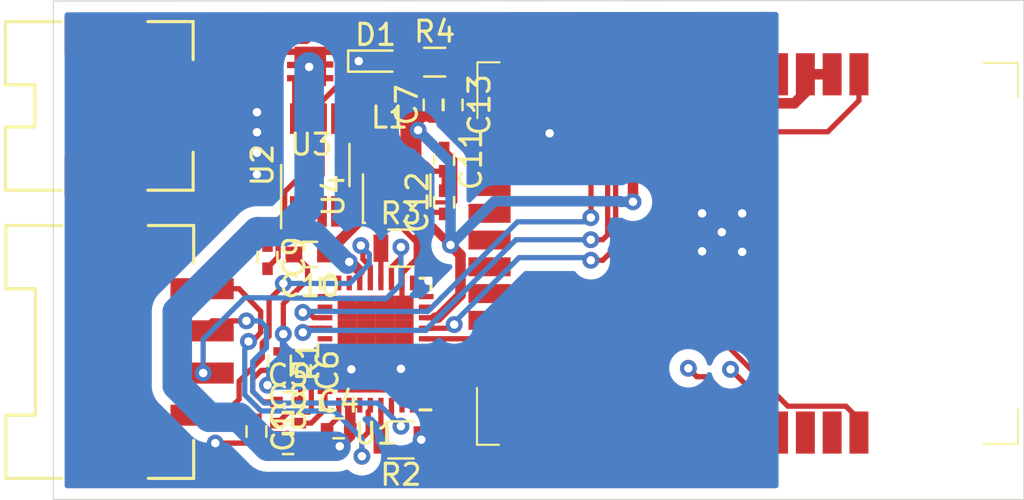
<source format=kicad_pcb>
(kicad_pcb (version 20171130) (host pcbnew "(5.1.0-0)")

  (general
    (thickness 1.6)
    (drawings 4)
    (tracks 417)
    (zones 0)
    (modules 25)
    (nets 64)
  )

  (page A4)
  (layers
    (0 F.Cu signal)
    (31 B.Cu signal)
    (32 B.Adhes user)
    (33 F.Adhes user)
    (34 B.Paste user)
    (35 F.Paste user)
    (36 B.SilkS user)
    (37 F.SilkS user hide)
    (38 B.Mask user)
    (39 F.Mask user)
    (40 Dwgs.User user)
    (41 Cmts.User user)
    (42 Eco1.User user)
    (43 Eco2.User user)
    (44 Edge.Cuts user)
    (45 Margin user)
    (46 B.CrtYd user hide)
    (47 F.CrtYd user hide)
    (48 B.Fab user hide)
    (49 F.Fab user hide)
  )

  (setup
    (last_trace_width 0.25)
    (user_trace_width 0.2)
    (user_trace_width 0.4)
    (user_trace_width 0.5)
    (user_trace_width 0.976)
    (user_trace_width 1.4)
    (trace_clearance 0.127)
    (zone_clearance 0.508)
    (zone_45_only no)
    (trace_min 0.2)
    (via_size 0.8)
    (via_drill 0.4)
    (via_min_size 0.45)
    (via_min_drill 0.3)
    (uvia_size 0.3)
    (uvia_drill 0.1)
    (uvias_allowed no)
    (uvia_min_size 0.2)
    (uvia_min_drill 0.1)
    (edge_width 0.05)
    (segment_width 0.2)
    (pcb_text_width 0.3)
    (pcb_text_size 1.5 1.5)
    (mod_edge_width 0.12)
    (mod_text_size 1 1)
    (mod_text_width 0.15)
    (pad_size 1.524 1.524)
    (pad_drill 0.762)
    (pad_to_mask_clearance 0.051)
    (solder_mask_min_width 0.25)
    (aux_axis_origin 0 0)
    (visible_elements FFFFFF7F)
    (pcbplotparams
      (layerselection 0x010fc_ffffffff)
      (usegerberextensions false)
      (usegerberattributes false)
      (usegerberadvancedattributes false)
      (creategerberjobfile false)
      (excludeedgelayer true)
      (linewidth 0.100000)
      (plotframeref false)
      (viasonmask false)
      (mode 1)
      (useauxorigin false)
      (hpglpennumber 1)
      (hpglpenspeed 20)
      (hpglpendiameter 15.000000)
      (psnegative false)
      (psa4output false)
      (plotreference true)
      (plotvalue true)
      (plotinvisibletext false)
      (padsonsilk false)
      (subtractmaskfromsilk false)
      (outputformat 1)
      (mirror false)
      (drillshape 1)
      (scaleselection 1)
      (outputdirectory ""))
  )

  (net 0 "")
  (net 1 GND)
  (net 2 VM)
  (net 3 "Net-(C4-Pad1)")
  (net 4 "Net-(C5-Pad1)")
  (net 5 "Net-(C6-Pad1)")
  (net 6 VIO)
  (net 7 "Net-(C8-Pad1)")
  (net 8 "Net-(C8-Pad2)")
  (net 9 "Net-(C9-Pad1)")
  (net 10 "Net-(C9-Pad2)")
  (net 11 "Net-(C11-Pad1)")
  (net 12 GNDA)
  (net 13 "Net-(C12-Pad1)")
  (net 14 "Net-(D1-Pad2)")
  (net 15 "Net-(J1-Pad1)")
  (net 16 "Net-(J1-Pad2)")
  (net 17 "Net-(J1-Pad3)")
  (net 18 "Net-(J1-Pad4)")
  (net 19 "Net-(L1-Pad1)")
  (net 20 "Net-(R2-Pad2)")
  (net 21 "Net-(R3-Pad1)")
  (net 22 "Net-(R4-Pad2)")
  (net 23 "Net-(U1-Pad23)")
  (net 24 EN)
  (net 25 STALL)
  (net 26 "Net-(U1-Pad20)")
  (net 27 "Net-(U1-Pad19)")
  (net 28 "Net-(U1-Pad18)")
  (net 29 "Net-(U1-Pad17)")
  (net 30 "Net-(U1-Pad10)")
  (net 31 DIR)
  (net 32 STEP)
  (net 33 MISO)
  (net 34 MOSI)
  (net 35 SCK)
  (net 36 CS)
  (net 37 "Net-(U2-Pad2)")
  (net 38 "Net-(U4-Pad8)")
  (net 39 "Net-(U5-Pad17)")
  (net 40 "Net-(U5-Pad18)")
  (net 41 "Net-(U5-Pad19)")
  (net 42 "Net-(U5-Pad20)")
  (net 43 "Net-(U5-Pad21)")
  (net 44 "Net-(U5-Pad22)")
  (net 45 "Net-(U5-Pad24)")
  (net 46 "Net-(U5-Pad4)")
  (net 47 "Net-(U5-Pad5)")
  (net 48 "Net-(U5-Pad6)")
  (net 49 "Net-(U5-Pad7)")
  (net 50 "Net-(U5-Pad10)")
  (net 51 "Net-(U5-Pad12)")
  (net 52 "Net-(U5-Pad13)")
  (net 53 "Net-(U5-Pad37)")
  (net 54 "Net-(U5-Pad36)")
  (net 55 TXDO)
  (net 56 RXDO)
  (net 57 "Net-(U5-Pad33)")
  (net 58 "Net-(U5-Pad32)")
  (net 59 "Net-(U5-Pad28)")
  (net 60 "Net-(U5-Pad27)")
  (net 61 "Net-(U5-Pad25)")
  (net 62 "Net-(J2-Pad1)")
  (net 63 "Net-(U5-Pad16)")

  (net_class Default "This is the default net class."
    (clearance 0.127)
    (trace_width 0.25)
    (via_dia 0.8)
    (via_drill 0.4)
    (uvia_dia 0.3)
    (uvia_drill 0.1)
    (add_net CS)
    (add_net DIR)
    (add_net EN)
    (add_net GND)
    (add_net GNDA)
    (add_net MISO)
    (add_net MOSI)
    (add_net "Net-(C11-Pad1)")
    (add_net "Net-(C12-Pad1)")
    (add_net "Net-(C4-Pad1)")
    (add_net "Net-(C5-Pad1)")
    (add_net "Net-(C6-Pad1)")
    (add_net "Net-(C8-Pad1)")
    (add_net "Net-(C8-Pad2)")
    (add_net "Net-(C9-Pad1)")
    (add_net "Net-(C9-Pad2)")
    (add_net "Net-(D1-Pad2)")
    (add_net "Net-(J1-Pad1)")
    (add_net "Net-(J1-Pad2)")
    (add_net "Net-(J1-Pad3)")
    (add_net "Net-(J1-Pad4)")
    (add_net "Net-(J2-Pad1)")
    (add_net "Net-(L1-Pad1)")
    (add_net "Net-(R2-Pad2)")
    (add_net "Net-(R3-Pad1)")
    (add_net "Net-(R4-Pad2)")
    (add_net "Net-(U1-Pad10)")
    (add_net "Net-(U1-Pad17)")
    (add_net "Net-(U1-Pad18)")
    (add_net "Net-(U1-Pad19)")
    (add_net "Net-(U1-Pad20)")
    (add_net "Net-(U1-Pad23)")
    (add_net "Net-(U2-Pad2)")
    (add_net "Net-(U4-Pad8)")
    (add_net "Net-(U5-Pad10)")
    (add_net "Net-(U5-Pad12)")
    (add_net "Net-(U5-Pad13)")
    (add_net "Net-(U5-Pad16)")
    (add_net "Net-(U5-Pad17)")
    (add_net "Net-(U5-Pad18)")
    (add_net "Net-(U5-Pad19)")
    (add_net "Net-(U5-Pad20)")
    (add_net "Net-(U5-Pad21)")
    (add_net "Net-(U5-Pad22)")
    (add_net "Net-(U5-Pad24)")
    (add_net "Net-(U5-Pad25)")
    (add_net "Net-(U5-Pad27)")
    (add_net "Net-(U5-Pad28)")
    (add_net "Net-(U5-Pad32)")
    (add_net "Net-(U5-Pad33)")
    (add_net "Net-(U5-Pad36)")
    (add_net "Net-(U5-Pad37)")
    (add_net "Net-(U5-Pad4)")
    (add_net "Net-(U5-Pad5)")
    (add_net "Net-(U5-Pad6)")
    (add_net "Net-(U5-Pad7)")
    (add_net RXDO)
    (add_net SCK)
    (add_net STALL)
    (add_net STEP)
    (add_net TXDO)
    (add_net VIO)
    (add_net VM)
  )

  (module Capacitors_SMD:C_0402 (layer F.Cu) (tedit 58AA841A) (tstamp 5CB00594)
    (at 179.65 119.25 270)
    (descr "Capacitor SMD 0402, reflow soldering, AVX (see smccp.pdf)")
    (tags "capacitor 0402")
    (path /5CAF18EB)
    (attr smd)
    (fp_text reference C1 (at 0 -1.27 270) (layer F.SilkS)
      (effects (font (size 1 1) (thickness 0.15)))
    )
    (fp_text value 100n/50V (at 0 1.27 270) (layer F.Fab)
      (effects (font (size 1 1) (thickness 0.15)))
    )
    (fp_line (start 1 0.4) (end -1 0.4) (layer F.CrtYd) (width 0.05))
    (fp_line (start 1 0.4) (end 1 -0.4) (layer F.CrtYd) (width 0.05))
    (fp_line (start -1 -0.4) (end -1 0.4) (layer F.CrtYd) (width 0.05))
    (fp_line (start -1 -0.4) (end 1 -0.4) (layer F.CrtYd) (width 0.05))
    (fp_line (start -0.25 0.47) (end 0.25 0.47) (layer F.SilkS) (width 0.12))
    (fp_line (start 0.25 -0.47) (end -0.25 -0.47) (layer F.SilkS) (width 0.12))
    (fp_line (start -0.5 -0.25) (end 0.5 -0.25) (layer F.Fab) (width 0.1))
    (fp_line (start 0.5 -0.25) (end 0.5 0.25) (layer F.Fab) (width 0.1))
    (fp_line (start 0.5 0.25) (end -0.5 0.25) (layer F.Fab) (width 0.1))
    (fp_line (start -0.5 0.25) (end -0.5 -0.25) (layer F.Fab) (width 0.1))
    (fp_text user %R (at 0 -1.27 270) (layer F.Fab)
      (effects (font (size 1 1) (thickness 0.15)))
    )
    (pad 2 smd rect (at 0.55 0 270) (size 0.6 0.5) (layers F.Cu F.Paste F.Mask)
      (net 1 GND))
    (pad 1 smd rect (at -0.55 0 270) (size 0.6 0.5) (layers F.Cu F.Paste F.Mask)
      (net 2 VM))
    (model Capacitors_SMD.3dshapes/C_0402.wrl
      (at (xyz 0 0 0))
      (scale (xyz 1 1 1))
      (rotate (xyz 0 0 0))
    )
  )

  (module Capacitors_SMD:C_0402 (layer F.Cu) (tedit 58AA841A) (tstamp 5CAFBCB0)
    (at 181.15 119.85)
    (descr "Capacitor SMD 0402, reflow soldering, AVX (see smccp.pdf)")
    (tags "capacitor 0402")
    (path /5CAEC666)
    (attr smd)
    (fp_text reference C3 (at 0 -1.27) (layer F.SilkS)
      (effects (font (size 1 1) (thickness 0.15)))
    )
    (fp_text value 100n/50V (at 0 1.27) (layer F.Fab)
      (effects (font (size 1 1) (thickness 0.15)))
    )
    (fp_line (start 1 0.4) (end -1 0.4) (layer F.CrtYd) (width 0.05))
    (fp_line (start 1 0.4) (end 1 -0.4) (layer F.CrtYd) (width 0.05))
    (fp_line (start -1 -0.4) (end -1 0.4) (layer F.CrtYd) (width 0.05))
    (fp_line (start -1 -0.4) (end 1 -0.4) (layer F.CrtYd) (width 0.05))
    (fp_line (start -0.25 0.47) (end 0.25 0.47) (layer F.SilkS) (width 0.12))
    (fp_line (start 0.25 -0.47) (end -0.25 -0.47) (layer F.SilkS) (width 0.12))
    (fp_line (start -0.5 -0.25) (end 0.5 -0.25) (layer F.Fab) (width 0.1))
    (fp_line (start 0.5 -0.25) (end 0.5 0.25) (layer F.Fab) (width 0.1))
    (fp_line (start 0.5 0.25) (end -0.5 0.25) (layer F.Fab) (width 0.1))
    (fp_line (start -0.5 0.25) (end -0.5 -0.25) (layer F.Fab) (width 0.1))
    (fp_text user %R (at 0 -1.27) (layer F.Fab)
      (effects (font (size 1 1) (thickness 0.15)))
    )
    (pad 2 smd rect (at 0.55 0) (size 0.6 0.5) (layers F.Cu F.Paste F.Mask)
      (net 2 VM))
    (pad 1 smd rect (at -0.55 0) (size 0.6 0.5) (layers F.Cu F.Paste F.Mask)
      (net 1 GND))
    (model Capacitors_SMD.3dshapes/C_0402.wrl
      (at (xyz 0 0 0))
      (scale (xyz 1 1 1))
      (rotate (xyz 0 0 0))
    )
  )

  (module Capacitors_SMD:C_0402 (layer F.Cu) (tedit 58AA841A) (tstamp 5CAFBCC1)
    (at 183.55 119.1)
    (descr "Capacitor SMD 0402, reflow soldering, AVX (see smccp.pdf)")
    (tags "capacitor 0402")
    (path /5CAEDCA5)
    (attr smd)
    (fp_text reference C4 (at 0 -1.27) (layer F.SilkS)
      (effects (font (size 1 1) (thickness 0.15)))
    )
    (fp_text value 100n/50V (at 0 1.27) (layer F.Fab)
      (effects (font (size 1 1) (thickness 0.15)))
    )
    (fp_text user %R (at 0 -1.27) (layer F.Fab)
      (effects (font (size 1 1) (thickness 0.15)))
    )
    (fp_line (start -0.5 0.25) (end -0.5 -0.25) (layer F.Fab) (width 0.1))
    (fp_line (start 0.5 0.25) (end -0.5 0.25) (layer F.Fab) (width 0.1))
    (fp_line (start 0.5 -0.25) (end 0.5 0.25) (layer F.Fab) (width 0.1))
    (fp_line (start -0.5 -0.25) (end 0.5 -0.25) (layer F.Fab) (width 0.1))
    (fp_line (start 0.25 -0.47) (end -0.25 -0.47) (layer F.SilkS) (width 0.12))
    (fp_line (start -0.25 0.47) (end 0.25 0.47) (layer F.SilkS) (width 0.12))
    (fp_line (start -1 -0.4) (end 1 -0.4) (layer F.CrtYd) (width 0.05))
    (fp_line (start -1 -0.4) (end -1 0.4) (layer F.CrtYd) (width 0.05))
    (fp_line (start 1 0.4) (end 1 -0.4) (layer F.CrtYd) (width 0.05))
    (fp_line (start 1 0.4) (end -1 0.4) (layer F.CrtYd) (width 0.05))
    (pad 1 smd rect (at -0.55 0) (size 0.6 0.5) (layers F.Cu F.Paste F.Mask)
      (net 3 "Net-(C4-Pad1)"))
    (pad 2 smd rect (at 0.55 0) (size 0.6 0.5) (layers F.Cu F.Paste F.Mask)
      (net 2 VM))
    (model Capacitors_SMD.3dshapes/C_0402.wrl
      (at (xyz 0 0 0))
      (scale (xyz 1 1 1))
      (rotate (xyz 0 0 0))
    )
  )

  (module Capacitors_SMD:C_0402 (layer F.Cu) (tedit 58AA841A) (tstamp 5CAFE117)
    (at 181.15 117.85)
    (descr "Capacitor SMD 0402, reflow soldering, AVX (see smccp.pdf)")
    (tags "capacitor 0402")
    (path /5CB15FBB)
    (attr smd)
    (fp_text reference C5 (at 0 -1.27) (layer F.SilkS)
      (effects (font (size 1 1) (thickness 0.15)))
    )
    (fp_text value 470n/10V (at 0 1.27) (layer F.Fab)
      (effects (font (size 1 1) (thickness 0.15)))
    )
    (fp_line (start 1 0.4) (end -1 0.4) (layer F.CrtYd) (width 0.05))
    (fp_line (start 1 0.4) (end 1 -0.4) (layer F.CrtYd) (width 0.05))
    (fp_line (start -1 -0.4) (end -1 0.4) (layer F.CrtYd) (width 0.05))
    (fp_line (start -1 -0.4) (end 1 -0.4) (layer F.CrtYd) (width 0.05))
    (fp_line (start -0.25 0.47) (end 0.25 0.47) (layer F.SilkS) (width 0.12))
    (fp_line (start 0.25 -0.47) (end -0.25 -0.47) (layer F.SilkS) (width 0.12))
    (fp_line (start -0.5 -0.25) (end 0.5 -0.25) (layer F.Fab) (width 0.1))
    (fp_line (start 0.5 -0.25) (end 0.5 0.25) (layer F.Fab) (width 0.1))
    (fp_line (start 0.5 0.25) (end -0.5 0.25) (layer F.Fab) (width 0.1))
    (fp_line (start -0.5 0.25) (end -0.5 -0.25) (layer F.Fab) (width 0.1))
    (fp_text user %R (at 0 -1.27) (layer F.Fab)
      (effects (font (size 1 1) (thickness 0.15)))
    )
    (pad 2 smd rect (at 0.55 0) (size 0.6 0.5) (layers F.Cu F.Paste F.Mask)
      (net 1 GND))
    (pad 1 smd rect (at -0.55 0) (size 0.6 0.5) (layers F.Cu F.Paste F.Mask)
      (net 4 "Net-(C5-Pad1)"))
    (model Capacitors_SMD.3dshapes/C_0402.wrl
      (at (xyz 0 0 0))
      (scale (xyz 1 1 1))
      (rotate (xyz 0 0 0))
    )
  )

  (module Capacitors_SMD:C_0402 (layer F.Cu) (tedit 58AA841A) (tstamp 5CAFBCE3)
    (at 181.75 116.35 270)
    (descr "Capacitor SMD 0402, reflow soldering, AVX (see smccp.pdf)")
    (tags "capacitor 0402")
    (path /5CB1D6F9)
    (attr smd)
    (fp_text reference C6 (at 0 -1.27 270) (layer F.SilkS)
      (effects (font (size 1 1) (thickness 0.15)))
    )
    (fp_text value 4u7/10V (at 0 1.27 270) (layer F.Fab)
      (effects (font (size 1 1) (thickness 0.15)))
    )
    (fp_text user %R (at 0 -1.27 270) (layer F.Fab)
      (effects (font (size 1 1) (thickness 0.15)))
    )
    (fp_line (start -0.5 0.25) (end -0.5 -0.25) (layer F.Fab) (width 0.1))
    (fp_line (start 0.5 0.25) (end -0.5 0.25) (layer F.Fab) (width 0.1))
    (fp_line (start 0.5 -0.25) (end 0.5 0.25) (layer F.Fab) (width 0.1))
    (fp_line (start -0.5 -0.25) (end 0.5 -0.25) (layer F.Fab) (width 0.1))
    (fp_line (start 0.25 -0.47) (end -0.25 -0.47) (layer F.SilkS) (width 0.12))
    (fp_line (start -0.25 0.47) (end 0.25 0.47) (layer F.SilkS) (width 0.12))
    (fp_line (start -1 -0.4) (end 1 -0.4) (layer F.CrtYd) (width 0.05))
    (fp_line (start -1 -0.4) (end -1 0.4) (layer F.CrtYd) (width 0.05))
    (fp_line (start 1 0.4) (end 1 -0.4) (layer F.CrtYd) (width 0.05))
    (fp_line (start 1 0.4) (end -1 0.4) (layer F.CrtYd) (width 0.05))
    (pad 1 smd rect (at -0.55 0 270) (size 0.6 0.5) (layers F.Cu F.Paste F.Mask)
      (net 5 "Net-(C6-Pad1)"))
    (pad 2 smd rect (at 0.55 0 270) (size 0.6 0.5) (layers F.Cu F.Paste F.Mask)
      (net 1 GND))
    (model Capacitors_SMD.3dshapes/C_0402.wrl
      (at (xyz 0 0 0))
      (scale (xyz 1 1 1))
      (rotate (xyz 0 0 0))
    )
  )

  (module Capacitors_SMD:C_0402 (layer F.Cu) (tedit 58AA841A) (tstamp 5CAFCAD7)
    (at 188.05 103.75 90)
    (descr "Capacitor SMD 0402, reflow soldering, AVX (see smccp.pdf)")
    (tags "capacitor 0402")
    (path /5CB30E56)
    (attr smd)
    (fp_text reference C7 (at 0 -1.27 90) (layer F.SilkS)
      (effects (font (size 1 1) (thickness 0.15)))
    )
    (fp_text value 100n/50V (at 0 1.27 90) (layer F.Fab)
      (effects (font (size 1 1) (thickness 0.15)))
    )
    (fp_line (start 1 0.4) (end -1 0.4) (layer F.CrtYd) (width 0.05))
    (fp_line (start 1 0.4) (end 1 -0.4) (layer F.CrtYd) (width 0.05))
    (fp_line (start -1 -0.4) (end -1 0.4) (layer F.CrtYd) (width 0.05))
    (fp_line (start -1 -0.4) (end 1 -0.4) (layer F.CrtYd) (width 0.05))
    (fp_line (start -0.25 0.47) (end 0.25 0.47) (layer F.SilkS) (width 0.12))
    (fp_line (start 0.25 -0.47) (end -0.25 -0.47) (layer F.SilkS) (width 0.12))
    (fp_line (start -0.5 -0.25) (end 0.5 -0.25) (layer F.Fab) (width 0.1))
    (fp_line (start 0.5 -0.25) (end 0.5 0.25) (layer F.Fab) (width 0.1))
    (fp_line (start 0.5 0.25) (end -0.5 0.25) (layer F.Fab) (width 0.1))
    (fp_line (start -0.5 0.25) (end -0.5 -0.25) (layer F.Fab) (width 0.1))
    (fp_text user %R (at 0 -1.27 90) (layer F.Fab)
      (effects (font (size 1 1) (thickness 0.15)))
    )
    (pad 2 smd rect (at 0.55 0 90) (size 0.6 0.5) (layers F.Cu F.Paste F.Mask)
      (net 1 GND))
    (pad 1 smd rect (at -0.55 0 90) (size 0.6 0.5) (layers F.Cu F.Paste F.Mask)
      (net 6 VIO))
    (model Capacitors_SMD.3dshapes/C_0402.wrl
      (at (xyz 0 0 0))
      (scale (xyz 1 1 1))
      (rotate (xyz 0 0 0))
    )
  )

  (module Capacitors_SMD:C_0402 (layer F.Cu) (tedit 58AA841A) (tstamp 5CAFBD05)
    (at 181.15 118.85)
    (descr "Capacitor SMD 0402, reflow soldering, AVX (see smccp.pdf)")
    (tags "capacitor 0402")
    (path /5CAF5B95)
    (attr smd)
    (fp_text reference C8 (at 0 -1.27) (layer F.SilkS)
      (effects (font (size 1 1) (thickness 0.15)))
    )
    (fp_text value 22n (at 0 1.27) (layer F.Fab)
      (effects (font (size 1 1) (thickness 0.15)))
    )
    (fp_text user %R (at 0 -1.27) (layer F.Fab)
      (effects (font (size 1 1) (thickness 0.15)))
    )
    (fp_line (start -0.5 0.25) (end -0.5 -0.25) (layer F.Fab) (width 0.1))
    (fp_line (start 0.5 0.25) (end -0.5 0.25) (layer F.Fab) (width 0.1))
    (fp_line (start 0.5 -0.25) (end 0.5 0.25) (layer F.Fab) (width 0.1))
    (fp_line (start -0.5 -0.25) (end 0.5 -0.25) (layer F.Fab) (width 0.1))
    (fp_line (start 0.25 -0.47) (end -0.25 -0.47) (layer F.SilkS) (width 0.12))
    (fp_line (start -0.25 0.47) (end 0.25 0.47) (layer F.SilkS) (width 0.12))
    (fp_line (start -1 -0.4) (end 1 -0.4) (layer F.CrtYd) (width 0.05))
    (fp_line (start -1 -0.4) (end -1 0.4) (layer F.CrtYd) (width 0.05))
    (fp_line (start 1 0.4) (end 1 -0.4) (layer F.CrtYd) (width 0.05))
    (fp_line (start 1 0.4) (end -1 0.4) (layer F.CrtYd) (width 0.05))
    (pad 1 smd rect (at -0.55 0) (size 0.6 0.5) (layers F.Cu F.Paste F.Mask)
      (net 7 "Net-(C8-Pad1)"))
    (pad 2 smd rect (at 0.55 0) (size 0.6 0.5) (layers F.Cu F.Paste F.Mask)
      (net 8 "Net-(C8-Pad2)"))
    (model Capacitors_SMD.3dshapes/C_0402.wrl
      (at (xyz 0 0 0))
      (scale (xyz 1 1 1))
      (rotate (xyz 0 0 0))
    )
  )

  (module Capacitors_SMD:C_0402 (layer F.Cu) (tedit 58AA841A) (tstamp 5CB00E04)
    (at 180.175 110.975 270)
    (descr "Capacitor SMD 0402, reflow soldering, AVX (see smccp.pdf)")
    (tags "capacitor 0402")
    (path /5CC06A59)
    (attr smd)
    (fp_text reference C9 (at 0 -1.27 270) (layer F.SilkS)
      (effects (font (size 1 1) (thickness 0.15)))
    )
    (fp_text value 2.2u/16V (at 0 1.27 270) (layer F.Fab)
      (effects (font (size 1 1) (thickness 0.15)))
    )
    (fp_text user %R (at 0 -1.27 270) (layer F.Fab)
      (effects (font (size 1 1) (thickness 0.15)))
    )
    (fp_line (start -0.5 0.25) (end -0.5 -0.25) (layer F.Fab) (width 0.1))
    (fp_line (start 0.5 0.25) (end -0.5 0.25) (layer F.Fab) (width 0.1))
    (fp_line (start 0.5 -0.25) (end 0.5 0.25) (layer F.Fab) (width 0.1))
    (fp_line (start -0.5 -0.25) (end 0.5 -0.25) (layer F.Fab) (width 0.1))
    (fp_line (start 0.25 -0.47) (end -0.25 -0.47) (layer F.SilkS) (width 0.12))
    (fp_line (start -0.25 0.47) (end 0.25 0.47) (layer F.SilkS) (width 0.12))
    (fp_line (start -1 -0.4) (end 1 -0.4) (layer F.CrtYd) (width 0.05))
    (fp_line (start -1 -0.4) (end -1 0.4) (layer F.CrtYd) (width 0.05))
    (fp_line (start 1 0.4) (end 1 -0.4) (layer F.CrtYd) (width 0.05))
    (fp_line (start 1 0.4) (end -1 0.4) (layer F.CrtYd) (width 0.05))
    (pad 1 smd rect (at -0.55 0 270) (size 0.6 0.5) (layers F.Cu F.Paste F.Mask)
      (net 9 "Net-(C9-Pad1)"))
    (pad 2 smd rect (at 0.55 0 270) (size 0.6 0.5) (layers F.Cu F.Paste F.Mask)
      (net 10 "Net-(C9-Pad2)"))
    (model Capacitors_SMD.3dshapes/C_0402.wrl
      (at (xyz 0 0 0))
      (scale (xyz 1 1 1))
      (rotate (xyz 0 0 0))
    )
  )

  (module Capacitors_SMD:C_0603 (layer F.Cu) (tedit 59958EE7) (tstamp 5CAFFF26)
    (at 182.175 110.85 180)
    (descr "Capacitor SMD 0603, reflow soldering, AVX (see smccp.pdf)")
    (tags "capacitor 0603")
    (path /5CCD20E3)
    (attr smd)
    (fp_text reference C10 (at 0 -1.5 180) (layer F.SilkS)
      (effects (font (size 1 1) (thickness 0.15)))
    )
    (fp_text value 2.2u/50V (at 0 1.5 180) (layer F.Fab)
      (effects (font (size 1 1) (thickness 0.15)))
    )
    (fp_line (start 1.4 0.65) (end -1.4 0.65) (layer F.CrtYd) (width 0.05))
    (fp_line (start 1.4 0.65) (end 1.4 -0.65) (layer F.CrtYd) (width 0.05))
    (fp_line (start -1.4 -0.65) (end -1.4 0.65) (layer F.CrtYd) (width 0.05))
    (fp_line (start -1.4 -0.65) (end 1.4 -0.65) (layer F.CrtYd) (width 0.05))
    (fp_line (start 0.35 0.6) (end -0.35 0.6) (layer F.SilkS) (width 0.12))
    (fp_line (start -0.35 -0.6) (end 0.35 -0.6) (layer F.SilkS) (width 0.12))
    (fp_line (start -0.8 -0.4) (end 0.8 -0.4) (layer F.Fab) (width 0.1))
    (fp_line (start 0.8 -0.4) (end 0.8 0.4) (layer F.Fab) (width 0.1))
    (fp_line (start 0.8 0.4) (end -0.8 0.4) (layer F.Fab) (width 0.1))
    (fp_line (start -0.8 0.4) (end -0.8 -0.4) (layer F.Fab) (width 0.1))
    (fp_text user %R (at 0 0 180) (layer F.Fab)
      (effects (font (size 0.3 0.3) (thickness 0.075)))
    )
    (pad 2 smd rect (at 0.75 0 180) (size 0.8 0.75) (layers F.Cu F.Paste F.Mask)
      (net 1 GND))
    (pad 1 smd rect (at -0.75 0 180) (size 0.8 0.75) (layers F.Cu F.Paste F.Mask)
      (net 2 VM))
    (model Capacitors_SMD.3dshapes/C_0603.wrl
      (at (xyz 0 0 0))
      (scale (xyz 1 1 1))
      (rotate (xyz 0 0 0))
    )
  )

  (module Capacitors_SMD:C_0402 (layer F.Cu) (tedit 58AA841A) (tstamp 5CAFBD38)
    (at 188.55 106.35 270)
    (descr "Capacitor SMD 0402, reflow soldering, AVX (see smccp.pdf)")
    (tags "capacitor 0402")
    (path /5CC57948)
    (attr smd)
    (fp_text reference C11 (at 0 -1.27 270) (layer F.SilkS)
      (effects (font (size 1 1) (thickness 0.15)))
    )
    (fp_text value 1u/16V (at 0 1.27 270) (layer F.Fab)
      (effects (font (size 1 1) (thickness 0.15)))
    )
    (fp_text user %R (at 0 -1.27 270) (layer F.Fab)
      (effects (font (size 1 1) (thickness 0.15)))
    )
    (fp_line (start -0.5 0.25) (end -0.5 -0.25) (layer F.Fab) (width 0.1))
    (fp_line (start 0.5 0.25) (end -0.5 0.25) (layer F.Fab) (width 0.1))
    (fp_line (start 0.5 -0.25) (end 0.5 0.25) (layer F.Fab) (width 0.1))
    (fp_line (start -0.5 -0.25) (end 0.5 -0.25) (layer F.Fab) (width 0.1))
    (fp_line (start 0.25 -0.47) (end -0.25 -0.47) (layer F.SilkS) (width 0.12))
    (fp_line (start -0.25 0.47) (end 0.25 0.47) (layer F.SilkS) (width 0.12))
    (fp_line (start -1 -0.4) (end 1 -0.4) (layer F.CrtYd) (width 0.05))
    (fp_line (start -1 -0.4) (end -1 0.4) (layer F.CrtYd) (width 0.05))
    (fp_line (start 1 0.4) (end 1 -0.4) (layer F.CrtYd) (width 0.05))
    (fp_line (start 1 0.4) (end -1 0.4) (layer F.CrtYd) (width 0.05))
    (pad 1 smd rect (at -0.55 0 270) (size 0.6 0.5) (layers F.Cu F.Paste F.Mask)
      (net 11 "Net-(C11-Pad1)"))
    (pad 2 smd rect (at 0.55 0 270) (size 0.6 0.5) (layers F.Cu F.Paste F.Mask)
      (net 12 GNDA))
    (model Capacitors_SMD.3dshapes/C_0402.wrl
      (at (xyz 0 0 0))
      (scale (xyz 1 1 1))
      (rotate (xyz 0 0 0))
    )
  )

  (module Capacitors_SMD:C_0402 (layer F.Cu) (tedit 58AA841A) (tstamp 5CAFBD49)
    (at 188.55 108.375 90)
    (descr "Capacitor SMD 0402, reflow soldering, AVX (see smccp.pdf)")
    (tags "capacitor 0402")
    (path /5CC56251)
    (attr smd)
    (fp_text reference C12 (at 0 -1.27 90) (layer F.SilkS)
      (effects (font (size 1 1) (thickness 0.15)))
    )
    (fp_text value 3300p/16V (at 0 1.27 90) (layer F.Fab)
      (effects (font (size 1 1) (thickness 0.15)))
    )
    (fp_line (start 1 0.4) (end -1 0.4) (layer F.CrtYd) (width 0.05))
    (fp_line (start 1 0.4) (end 1 -0.4) (layer F.CrtYd) (width 0.05))
    (fp_line (start -1 -0.4) (end -1 0.4) (layer F.CrtYd) (width 0.05))
    (fp_line (start -1 -0.4) (end 1 -0.4) (layer F.CrtYd) (width 0.05))
    (fp_line (start -0.25 0.47) (end 0.25 0.47) (layer F.SilkS) (width 0.12))
    (fp_line (start 0.25 -0.47) (end -0.25 -0.47) (layer F.SilkS) (width 0.12))
    (fp_line (start -0.5 -0.25) (end 0.5 -0.25) (layer F.Fab) (width 0.1))
    (fp_line (start 0.5 -0.25) (end 0.5 0.25) (layer F.Fab) (width 0.1))
    (fp_line (start 0.5 0.25) (end -0.5 0.25) (layer F.Fab) (width 0.1))
    (fp_line (start -0.5 0.25) (end -0.5 -0.25) (layer F.Fab) (width 0.1))
    (fp_text user %R (at 0 -1.27 90) (layer F.Fab)
      (effects (font (size 1 1) (thickness 0.15)))
    )
    (pad 2 smd rect (at 0.55 0 90) (size 0.6 0.5) (layers F.Cu F.Paste F.Mask)
      (net 12 GNDA))
    (pad 1 smd rect (at -0.55 0 90) (size 0.6 0.5) (layers F.Cu F.Paste F.Mask)
      (net 13 "Net-(C12-Pad1)"))
    (model Capacitors_SMD.3dshapes/C_0402.wrl
      (at (xyz 0 0 0))
      (scale (xyz 1 1 1))
      (rotate (xyz 0 0 0))
    )
  )

  (module Capacitors_SMD:C_0402 (layer F.Cu) (tedit 58AA841A) (tstamp 5CAFBD5A)
    (at 188.95 103.75 270)
    (descr "Capacitor SMD 0402, reflow soldering, AVX (see smccp.pdf)")
    (tags "capacitor 0402")
    (path /5CC58BDF)
    (attr smd)
    (fp_text reference C13 (at 0 -1.27 270) (layer F.SilkS)
      (effects (font (size 1 1) (thickness 0.15)))
    )
    (fp_text value 22u/16V (at 0 1.27 270) (layer F.Fab)
      (effects (font (size 1 1) (thickness 0.15)))
    )
    (fp_line (start 1 0.4) (end -1 0.4) (layer F.CrtYd) (width 0.05))
    (fp_line (start 1 0.4) (end 1 -0.4) (layer F.CrtYd) (width 0.05))
    (fp_line (start -1 -0.4) (end -1 0.4) (layer F.CrtYd) (width 0.05))
    (fp_line (start -1 -0.4) (end 1 -0.4) (layer F.CrtYd) (width 0.05))
    (fp_line (start -0.25 0.47) (end 0.25 0.47) (layer F.SilkS) (width 0.12))
    (fp_line (start 0.25 -0.47) (end -0.25 -0.47) (layer F.SilkS) (width 0.12))
    (fp_line (start -0.5 -0.25) (end 0.5 -0.25) (layer F.Fab) (width 0.1))
    (fp_line (start 0.5 -0.25) (end 0.5 0.25) (layer F.Fab) (width 0.1))
    (fp_line (start 0.5 0.25) (end -0.5 0.25) (layer F.Fab) (width 0.1))
    (fp_line (start -0.5 0.25) (end -0.5 -0.25) (layer F.Fab) (width 0.1))
    (fp_text user %R (at 0 -1.27 270) (layer F.Fab)
      (effects (font (size 1 1) (thickness 0.15)))
    )
    (pad 2 smd rect (at 0.55 0 270) (size 0.6 0.5) (layers F.Cu F.Paste F.Mask)
      (net 6 VIO))
    (pad 1 smd rect (at -0.55 0 270) (size 0.6 0.5) (layers F.Cu F.Paste F.Mask)
      (net 1 GND))
    (model Capacitors_SMD.3dshapes/C_0402.wrl
      (at (xyz 0 0 0))
      (scale (xyz 1 1 1))
      (rotate (xyz 0 0 0))
    )
  )

  (module LEDs:LED_0603 (layer F.Cu) (tedit 57FE93A5) (tstamp 5CAFBD6F)
    (at 185.3 101.675)
    (descr "LED 0603 smd package")
    (tags "LED led 0603 SMD smd SMT smt smdled SMDLED smtled SMTLED")
    (path /5CEE6019)
    (attr smd)
    (fp_text reference D1 (at 0 -1.25) (layer F.SilkS)
      (effects (font (size 1 1) (thickness 0.15)))
    )
    (fp_text value LED (at 0 1.35) (layer F.Fab)
      (effects (font (size 1 1) (thickness 0.15)))
    )
    (fp_line (start -1.45 -0.65) (end 1.45 -0.65) (layer F.CrtYd) (width 0.05))
    (fp_line (start -1.45 0.65) (end -1.45 -0.65) (layer F.CrtYd) (width 0.05))
    (fp_line (start 1.45 0.65) (end -1.45 0.65) (layer F.CrtYd) (width 0.05))
    (fp_line (start 1.45 -0.65) (end 1.45 0.65) (layer F.CrtYd) (width 0.05))
    (fp_line (start -1.3 -0.5) (end 0.8 -0.5) (layer F.SilkS) (width 0.12))
    (fp_line (start -1.3 0.5) (end 0.8 0.5) (layer F.SilkS) (width 0.12))
    (fp_line (start -0.8 0.4) (end -0.8 -0.4) (layer F.Fab) (width 0.1))
    (fp_line (start -0.8 -0.4) (end 0.8 -0.4) (layer F.Fab) (width 0.1))
    (fp_line (start 0.8 -0.4) (end 0.8 0.4) (layer F.Fab) (width 0.1))
    (fp_line (start 0.8 0.4) (end -0.8 0.4) (layer F.Fab) (width 0.1))
    (fp_line (start 0.15 -0.2) (end 0.15 0.2) (layer F.Fab) (width 0.1))
    (fp_line (start 0.15 0.2) (end -0.15 0) (layer F.Fab) (width 0.1))
    (fp_line (start -0.15 0) (end 0.15 -0.2) (layer F.Fab) (width 0.1))
    (fp_line (start -0.2 -0.2) (end -0.2 0.2) (layer F.Fab) (width 0.1))
    (fp_line (start -1.3 -0.5) (end -1.3 0.5) (layer F.SilkS) (width 0.12))
    (pad 1 smd rect (at -0.8 0 180) (size 0.8 0.8) (layers F.Cu F.Paste F.Mask)
      (net 1 GND))
    (pad 2 smd rect (at 0.8 0 180) (size 0.8 0.8) (layers F.Cu F.Paste F.Mask)
      (net 14 "Net-(D1-Pad2)"))
    (model ${KISYS3DMOD}/LEDs.3dshapes/LED_0603.wrl
      (at (xyz 0 0 0))
      (scale (xyz 1 1 1))
      (rotate (xyz 0 0 180))
    )
  )

  (module lib:SM04B-PASS (layer F.Cu) (tedit 56AEDC68) (tstamp 5CB0B912)
    (at 175.725 115.475 90)
    (path /5CB449BA)
    (fp_text reference J1 (at 0 -8.9 90) (layer F.Fab)
      (effects (font (size 1 1) (thickness 0.15)))
    )
    (fp_text value Conn_01x04 (at 0 3.8 90) (layer F.Fab)
      (effects (font (size 1 1) (thickness 0.15)))
    )
    (fp_line (start -6 -7.95) (end -3 -7.95) (layer F.SilkS) (width 0.15))
    (fp_line (start -3 -7.95) (end -3 -6.55) (layer F.SilkS) (width 0.15))
    (fp_line (start -3 -6.55) (end 3 -6.55) (layer F.SilkS) (width 0.15))
    (fp_line (start 3 -6.55) (end 3 -7.95) (layer F.SilkS) (width 0.15))
    (fp_line (start 3 -7.95) (end 6 -7.95) (layer F.SilkS) (width 0.15))
    (fp_line (start 6 -7.95) (end 6 -5.3) (layer F.SilkS) (width 0.15))
    (fp_line (start -6 -7.95) (end -6 -5.3) (layer F.SilkS) (width 0.15))
    (fp_line (start 6 0.95) (end 6 -1.2) (layer F.SilkS) (width 0.15))
    (fp_line (start 6 0.95) (end 4.2 0.95) (layer F.SilkS) (width 0.15))
    (fp_line (start -6 0.95) (end -6 -1.2) (layer F.SilkS) (width 0.15))
    (fp_line (start -6 0.95) (end -4.2 0.95) (layer F.SilkS) (width 0.15))
    (fp_line (start -6 -7.95) (end -3 -7.95) (layer F.Fab) (width 0.01))
    (fp_line (start -3 -7.95) (end -3 -6.55) (layer F.Fab) (width 0.01))
    (fp_line (start -3 -6.55) (end 3 -6.55) (layer F.Fab) (width 0.01))
    (fp_line (start 3 -6.55) (end 3 -7.95) (layer F.Fab) (width 0.01))
    (fp_line (start 3 -7.95) (end 6 -7.95) (layer F.Fab) (width 0.01))
    (fp_line (start 6 -7.95) (end 6 0.95) (layer F.Fab) (width 0.01))
    (fp_line (start 6 0.95) (end -6 0.95) (layer F.Fab) (width 0.01))
    (fp_line (start -6 0.95) (end -6 -7.95) (layer F.Fab) (width 0.01))
    (fp_line (start 2.75 0) (end 3.25 0) (layer F.Fab) (width 0.01))
    (fp_line (start 3.25 0) (end 3.25 2.5) (layer F.Fab) (width 0.01))
    (fp_line (start 3.25 2.5) (end 2.75 2.5) (layer F.Fab) (width 0.01))
    (fp_line (start 2.75 2.5) (end 2.75 0) (layer F.Fab) (width 0.01))
    (fp_line (start 0.75 0) (end 1.25 0) (layer F.Fab) (width 0.01))
    (fp_line (start 1.25 0) (end 1.25 2.5) (layer F.Fab) (width 0.01))
    (fp_line (start 1.25 2.5) (end 0.75 2.5) (layer F.Fab) (width 0.01))
    (fp_line (start 0.75 2.5) (end 0.75 0) (layer F.Fab) (width 0.01))
    (fp_line (start -1.25 0) (end -0.75 0) (layer F.Fab) (width 0.01))
    (fp_line (start -0.75 0) (end -0.75 2.5) (layer F.Fab) (width 0.01))
    (fp_line (start -0.75 2.5) (end -1.25 2.5) (layer F.Fab) (width 0.01))
    (fp_line (start -1.25 2.5) (end -1.25 0) (layer F.Fab) (width 0.01))
    (fp_line (start -3.25 0) (end -2.75 0) (layer F.Fab) (width 0.01))
    (fp_line (start -2.75 0) (end -2.75 2.5) (layer F.Fab) (width 0.01))
    (fp_line (start -2.75 2.5) (end -3.25 2.5) (layer F.Fab) (width 0.01))
    (fp_line (start -3.25 2.5) (end -3.25 0) (layer F.Fab) (width 0.01))
    (fp_line (start -6.5 -8.2) (end 6.5 -8.2) (layer F.CrtYd) (width 0.01))
    (fp_line (start 6.5 -8.2) (end 6.5 3.1) (layer F.CrtYd) (width 0.01))
    (fp_line (start 6.5 3.1) (end -6.5 3.1) (layer F.CrtYd) (width 0.01))
    (fp_line (start -6.5 3.1) (end -6.5 -8.2) (layer F.CrtYd) (width 0.01))
    (pad "" smd rect (at 5.35 -3.25 90) (size 1.8 3.8) (layers F.Cu F.Paste F.Mask))
    (pad "" smd rect (at -5.35 -3.25 90) (size 1.8 3.8) (layers F.Cu F.Paste F.Mask))
    (pad 1 smd rect (at 3 1.35 90) (size 1 3) (layers F.Cu F.Paste F.Mask)
      (net 15 "Net-(J1-Pad1)"))
    (pad 2 smd rect (at 1 1.35 90) (size 1 3) (layers F.Cu F.Paste F.Mask)
      (net 16 "Net-(J1-Pad2)"))
    (pad 3 smd rect (at -1 1.35 90) (size 1 3) (layers F.Cu F.Paste F.Mask)
      (net 17 "Net-(J1-Pad3)"))
    (pad 4 smd rect (at -3 1.35 90) (size 1 3) (layers F.Cu F.Paste F.Mask)
      (net 18 "Net-(J1-Pad4)"))
  )

  (module Resistors_SMD:R_0402 (layer F.Cu) (tedit 58E0A804) (tstamp 5CAFBDC5)
    (at 180.75 115.9 270)
    (descr "Resistor SMD 0402, reflow soldering, Vishay (see dcrcw.pdf)")
    (tags "resistor 0402")
    (path /5CB13C40)
    (attr smd)
    (fp_text reference R1 (at 0 -1.35 270) (layer F.SilkS)
      (effects (font (size 1 1) (thickness 0.15)))
    )
    (fp_text value 2R2 (at 0 1.45 270) (layer F.Fab)
      (effects (font (size 1 1) (thickness 0.15)))
    )
    (fp_line (start 0.8 0.45) (end -0.8 0.45) (layer F.CrtYd) (width 0.05))
    (fp_line (start 0.8 0.45) (end 0.8 -0.45) (layer F.CrtYd) (width 0.05))
    (fp_line (start -0.8 -0.45) (end -0.8 0.45) (layer F.CrtYd) (width 0.05))
    (fp_line (start -0.8 -0.45) (end 0.8 -0.45) (layer F.CrtYd) (width 0.05))
    (fp_line (start -0.25 0.53) (end 0.25 0.53) (layer F.SilkS) (width 0.12))
    (fp_line (start 0.25 -0.53) (end -0.25 -0.53) (layer F.SilkS) (width 0.12))
    (fp_line (start -0.5 -0.25) (end 0.5 -0.25) (layer F.Fab) (width 0.1))
    (fp_line (start 0.5 -0.25) (end 0.5 0.25) (layer F.Fab) (width 0.1))
    (fp_line (start 0.5 0.25) (end -0.5 0.25) (layer F.Fab) (width 0.1))
    (fp_line (start -0.5 0.25) (end -0.5 -0.25) (layer F.Fab) (width 0.1))
    (fp_text user %R (at 0 -1.35 270) (layer F.Fab)
      (effects (font (size 1 1) (thickness 0.15)))
    )
    (pad 2 smd rect (at 0.45 0 270) (size 0.4 0.6) (layers F.Cu F.Paste F.Mask)
      (net 4 "Net-(C5-Pad1)"))
    (pad 1 smd rect (at -0.45 0 270) (size 0.4 0.6) (layers F.Cu F.Paste F.Mask)
      (net 5 "Net-(C6-Pad1)"))
    (model ${KISYS3DMOD}/Resistors_SMD.3dshapes/R_0402.wrl
      (at (xyz 0 0 0))
      (scale (xyz 1 1 1))
      (rotate (xyz 0 0 0))
    )
  )

  (module Resistors_SMD:R_0805 (layer F.Cu) (tedit 58E0A804) (tstamp 5CAFD98A)
    (at 186.5 119.65 180)
    (descr "Resistor SMD 0805, reflow soldering, Vishay (see dcrcw.pdf)")
    (tags "resistor 0805")
    (path /5CAFA6B1)
    (attr smd)
    (fp_text reference R2 (at 0 -1.65 180) (layer F.SilkS)
      (effects (font (size 1 1) (thickness 0.15)))
    )
    (fp_text value R0805/0R11 (at 0 1.75 180) (layer F.Fab)
      (effects (font (size 1 1) (thickness 0.15)))
    )
    (fp_line (start 1.55 0.9) (end -1.55 0.9) (layer F.CrtYd) (width 0.05))
    (fp_line (start 1.55 0.9) (end 1.55 -0.9) (layer F.CrtYd) (width 0.05))
    (fp_line (start -1.55 -0.9) (end -1.55 0.9) (layer F.CrtYd) (width 0.05))
    (fp_line (start -1.55 -0.9) (end 1.55 -0.9) (layer F.CrtYd) (width 0.05))
    (fp_line (start -0.6 -0.88) (end 0.6 -0.88) (layer F.SilkS) (width 0.12))
    (fp_line (start 0.6 0.88) (end -0.6 0.88) (layer F.SilkS) (width 0.12))
    (fp_line (start -1 -0.62) (end 1 -0.62) (layer F.Fab) (width 0.1))
    (fp_line (start 1 -0.62) (end 1 0.62) (layer F.Fab) (width 0.1))
    (fp_line (start 1 0.62) (end -1 0.62) (layer F.Fab) (width 0.1))
    (fp_line (start -1 0.62) (end -1 -0.62) (layer F.Fab) (width 0.1))
    (fp_text user %R (at 0 0 180) (layer F.Fab)
      (effects (font (size 0.5 0.5) (thickness 0.075)))
    )
    (pad 2 smd rect (at 0.95 0 180) (size 0.7 1.3) (layers F.Cu F.Paste F.Mask)
      (net 20 "Net-(R2-Pad2)"))
    (pad 1 smd rect (at -0.95 0 180) (size 0.7 1.3) (layers F.Cu F.Paste F.Mask)
      (net 1 GND))
    (model ${KISYS3DMOD}/Resistors_SMD.3dshapes/R_0805.wrl
      (at (xyz 0 0 0))
      (scale (xyz 1 1 1))
      (rotate (xyz 0 0 0))
    )
  )

  (module Resistors_SMD:R_0805 (layer F.Cu) (tedit 58E0A804) (tstamp 5CAFBDE7)
    (at 186.5 110.55)
    (descr "Resistor SMD 0805, reflow soldering, Vishay (see dcrcw.pdf)")
    (tags "resistor 0805")
    (path /5CAFB2A8)
    (attr smd)
    (fp_text reference R3 (at 0 -1.65) (layer F.SilkS)
      (effects (font (size 1 1) (thickness 0.15)))
    )
    (fp_text value R0805/0R11 (at 0 1.75) (layer F.Fab)
      (effects (font (size 1 1) (thickness 0.15)))
    )
    (fp_text user %R (at 0 0) (layer F.Fab)
      (effects (font (size 0.5 0.5) (thickness 0.075)))
    )
    (fp_line (start -1 0.62) (end -1 -0.62) (layer F.Fab) (width 0.1))
    (fp_line (start 1 0.62) (end -1 0.62) (layer F.Fab) (width 0.1))
    (fp_line (start 1 -0.62) (end 1 0.62) (layer F.Fab) (width 0.1))
    (fp_line (start -1 -0.62) (end 1 -0.62) (layer F.Fab) (width 0.1))
    (fp_line (start 0.6 0.88) (end -0.6 0.88) (layer F.SilkS) (width 0.12))
    (fp_line (start -0.6 -0.88) (end 0.6 -0.88) (layer F.SilkS) (width 0.12))
    (fp_line (start -1.55 -0.9) (end 1.55 -0.9) (layer F.CrtYd) (width 0.05))
    (fp_line (start -1.55 -0.9) (end -1.55 0.9) (layer F.CrtYd) (width 0.05))
    (fp_line (start 1.55 0.9) (end 1.55 -0.9) (layer F.CrtYd) (width 0.05))
    (fp_line (start 1.55 0.9) (end -1.55 0.9) (layer F.CrtYd) (width 0.05))
    (pad 1 smd rect (at -0.95 0) (size 0.7 1.3) (layers F.Cu F.Paste F.Mask)
      (net 21 "Net-(R3-Pad1)"))
    (pad 2 smd rect (at 0.95 0) (size 0.7 1.3) (layers F.Cu F.Paste F.Mask)
      (net 1 GND))
    (model ${KISYS3DMOD}/Resistors_SMD.3dshapes/R_0805.wrl
      (at (xyz 0 0 0))
      (scale (xyz 1 1 1))
      (rotate (xyz 0 0 0))
    )
  )

  (module Resistors_SMD:R_0603 (layer F.Cu) (tedit 58E0A804) (tstamp 5CB01128)
    (at 188.1 101.725)
    (descr "Resistor SMD 0603, reflow soldering, Vishay (see dcrcw.pdf)")
    (tags "resistor 0603")
    (path /5CEE6E49)
    (attr smd)
    (fp_text reference R4 (at 0 -1.45) (layer F.SilkS)
      (effects (font (size 1 1) (thickness 0.15)))
    )
    (fp_text value 1K (at 0 1.5) (layer F.Fab)
      (effects (font (size 1 1) (thickness 0.15)))
    )
    (fp_line (start 1.25 0.7) (end -1.25 0.7) (layer F.CrtYd) (width 0.05))
    (fp_line (start 1.25 0.7) (end 1.25 -0.7) (layer F.CrtYd) (width 0.05))
    (fp_line (start -1.25 -0.7) (end -1.25 0.7) (layer F.CrtYd) (width 0.05))
    (fp_line (start -1.25 -0.7) (end 1.25 -0.7) (layer F.CrtYd) (width 0.05))
    (fp_line (start -0.5 -0.68) (end 0.5 -0.68) (layer F.SilkS) (width 0.12))
    (fp_line (start 0.5 0.68) (end -0.5 0.68) (layer F.SilkS) (width 0.12))
    (fp_line (start -0.8 -0.4) (end 0.8 -0.4) (layer F.Fab) (width 0.1))
    (fp_line (start 0.8 -0.4) (end 0.8 0.4) (layer F.Fab) (width 0.1))
    (fp_line (start 0.8 0.4) (end -0.8 0.4) (layer F.Fab) (width 0.1))
    (fp_line (start -0.8 0.4) (end -0.8 -0.4) (layer F.Fab) (width 0.1))
    (fp_text user %R (at 0 0) (layer F.Fab)
      (effects (font (size 0.4 0.4) (thickness 0.075)))
    )
    (pad 2 smd rect (at 0.75 0) (size 0.5 0.9) (layers F.Cu F.Paste F.Mask)
      (net 22 "Net-(R4-Pad2)"))
    (pad 1 smd rect (at -0.75 0) (size 0.5 0.9) (layers F.Cu F.Paste F.Mask)
      (net 14 "Net-(D1-Pad2)"))
    (model ${KISYS3DMOD}/Resistors_SMD.3dshapes/R_0603.wrl
      (at (xyz 0 0 0))
      (scale (xyz 1 1 1))
      (rotate (xyz 0 0 0))
    )
  )

  (module Housings_DFN_QFN:QFN-36-1EP_5x6mm_Pitch0.5mm (layer F.Cu) (tedit 54130A77) (tstamp 5CAFD8CB)
    (at 185.3 115.1 180)
    (descr "UHE Package; 36-Lead Plastic QFN (5mm x 6mm); (see Linear Technology (UHE36) QFN 05-08-1876 Rev Ø.pdf)")
    (tags "QFN 0.5")
    (path /5CAE95F4)
    (attr smd)
    (fp_text reference U1 (at 0 -4.25 180) (layer F.SilkS)
      (effects (font (size 1 1) (thickness 0.15)))
    )
    (fp_text value TMC2130 (at 0 4.25 180) (layer F.Fab)
      (effects (font (size 1 1) (thickness 0.15)))
    )
    (fp_line (start 2.625 -3.125) (end 2.1 -3.125) (layer F.SilkS) (width 0.15))
    (fp_line (start 2.625 3.125) (end 2.1 3.125) (layer F.SilkS) (width 0.15))
    (fp_line (start -2.625 3.125) (end -2.1 3.125) (layer F.SilkS) (width 0.15))
    (fp_line (start -2.625 -3.125) (end -2.1 -3.125) (layer F.SilkS) (width 0.15))
    (fp_line (start 2.625 3.125) (end 2.625 2.6) (layer F.SilkS) (width 0.15))
    (fp_line (start -2.625 3.125) (end -2.625 2.6) (layer F.SilkS) (width 0.15))
    (fp_line (start 2.625 -3.125) (end 2.625 -2.6) (layer F.SilkS) (width 0.15))
    (fp_line (start -3 3.5) (end 3 3.5) (layer F.CrtYd) (width 0.05))
    (fp_line (start -3 -3.5) (end 3 -3.5) (layer F.CrtYd) (width 0.05))
    (fp_line (start 3 -3.5) (end 3 3.5) (layer F.CrtYd) (width 0.05))
    (fp_line (start -3 -3.5) (end -3 3.5) (layer F.CrtYd) (width 0.05))
    (fp_line (start -2.5 -2) (end -1.5 -3) (layer F.Fab) (width 0.15))
    (fp_line (start -2.5 3) (end -2.5 -2) (layer F.Fab) (width 0.15))
    (fp_line (start 2.5 3) (end -2.5 3) (layer F.Fab) (width 0.15))
    (fp_line (start 2.5 -3) (end 2.5 3) (layer F.Fab) (width 0.15))
    (fp_line (start -1.5 -3) (end 2.5 -3) (layer F.Fab) (width 0.15))
    (pad 37 smd rect (at -1.35 -1.725 180) (size 0.9 1.15) (layers F.Cu F.Paste F.Mask)
      (net 1 GND) (solder_paste_margin_ratio -0.2))
    (pad 37 smd rect (at -1.35 -0.575 180) (size 0.9 1.15) (layers F.Cu F.Paste F.Mask)
      (net 1 GND) (solder_paste_margin_ratio -0.2))
    (pad 37 smd rect (at -1.35 0.575 180) (size 0.9 1.15) (layers F.Cu F.Paste F.Mask)
      (net 1 GND) (solder_paste_margin_ratio -0.2))
    (pad 37 smd rect (at -1.35 1.725 180) (size 0.9 1.15) (layers F.Cu F.Paste F.Mask)
      (net 1 GND) (solder_paste_margin_ratio -0.2))
    (pad 37 smd rect (at -0.45 -1.725 180) (size 0.9 1.15) (layers F.Cu F.Paste F.Mask)
      (net 1 GND) (solder_paste_margin_ratio -0.2))
    (pad 37 smd rect (at -0.45 -0.575 180) (size 0.9 1.15) (layers F.Cu F.Paste F.Mask)
      (net 1 GND) (solder_paste_margin_ratio -0.2))
    (pad 37 smd rect (at -0.45 0.575 180) (size 0.9 1.15) (layers F.Cu F.Paste F.Mask)
      (net 1 GND) (solder_paste_margin_ratio -0.2))
    (pad 37 smd rect (at -0.45 1.725 180) (size 0.9 1.15) (layers F.Cu F.Paste F.Mask)
      (net 1 GND) (solder_paste_margin_ratio -0.2))
    (pad 37 smd rect (at 0.45 -1.725 180) (size 0.9 1.15) (layers F.Cu F.Paste F.Mask)
      (net 1 GND) (solder_paste_margin_ratio -0.2))
    (pad 37 smd rect (at 0.45 -0.575 180) (size 0.9 1.15) (layers F.Cu F.Paste F.Mask)
      (net 1 GND) (solder_paste_margin_ratio -0.2))
    (pad 37 smd rect (at 0.45 0.575 180) (size 0.9 1.15) (layers F.Cu F.Paste F.Mask)
      (net 1 GND) (solder_paste_margin_ratio -0.2))
    (pad 37 smd rect (at 0.45 1.725 180) (size 0.9 1.15) (layers F.Cu F.Paste F.Mask)
      (net 1 GND) (solder_paste_margin_ratio -0.2))
    (pad 37 smd rect (at 1.35 -1.725 180) (size 0.9 1.15) (layers F.Cu F.Paste F.Mask)
      (net 1 GND) (solder_paste_margin_ratio -0.2))
    (pad 37 smd rect (at 1.35 -0.575 180) (size 0.9 1.15) (layers F.Cu F.Paste F.Mask)
      (net 1 GND) (solder_paste_margin_ratio -0.2))
    (pad 37 smd rect (at 1.35 0.575 180) (size 0.9 1.15) (layers F.Cu F.Paste F.Mask)
      (net 1 GND) (solder_paste_margin_ratio -0.2))
    (pad 37 smd rect (at 1.35 1.725 180) (size 0.9 1.15) (layers F.Cu F.Paste F.Mask)
      (net 1 GND) (solder_paste_margin_ratio -0.2))
    (pad 36 smd rect (at -1.75 -2.9 270) (size 0.7 0.25) (layers F.Cu F.Paste F.Mask)
      (net 1 GND))
    (pad 35 smd rect (at -1.25 -2.9 270) (size 0.7 0.25) (layers F.Cu F.Paste F.Mask)
      (net 1 GND))
    (pad 34 smd rect (at -0.75 -2.9 270) (size 0.7 0.25) (layers F.Cu F.Paste F.Mask)
      (net 16 "Net-(J1-Pad2)"))
    (pad 33 smd rect (at -0.25 -2.9 270) (size 0.7 0.25) (layers F.Cu F.Paste F.Mask)
      (net 20 "Net-(R2-Pad2)"))
    (pad 32 smd rect (at 0.25 -2.9 270) (size 0.7 0.25) (layers F.Cu F.Paste F.Mask)
      (net 15 "Net-(J1-Pad1)"))
    (pad 31 smd rect (at 0.75 -2.9 270) (size 0.7 0.25) (layers F.Cu F.Paste F.Mask)
      (net 2 VM))
    (pad 30 smd rect (at 1.25 -2.9 270) (size 0.7 0.25) (layers F.Cu F.Paste F.Mask)
      (net 2 VM))
    (pad 29 smd rect (at 1.75 -2.9 270) (size 0.7 0.25) (layers F.Cu F.Paste F.Mask)
      (net 3 "Net-(C4-Pad1)"))
    (pad 28 smd rect (at 2.4 -2.25 180) (size 0.7 0.25) (layers F.Cu F.Paste F.Mask)
      (net 8 "Net-(C8-Pad2)"))
    (pad 27 smd rect (at 2.4 -1.75 180) (size 0.7 0.25) (layers F.Cu F.Paste F.Mask)
      (net 7 "Net-(C8-Pad1)"))
    (pad 26 smd rect (at 2.4 -1.25 180) (size 0.7 0.25) (layers F.Cu F.Paste F.Mask)
      (net 4 "Net-(C5-Pad1)"))
    (pad 25 smd rect (at 2.4 -0.75 180) (size 0.7 0.25) (layers F.Cu F.Paste F.Mask)
      (net 5 "Net-(C6-Pad1)"))
    (pad 24 smd rect (at 2.4 -0.25 180) (size 0.7 0.25) (layers F.Cu F.Paste F.Mask)
      (net 1 GND))
    (pad 23 smd rect (at 2.4 0.25 180) (size 0.7 0.25) (layers F.Cu F.Paste F.Mask)
      (net 23 "Net-(U1-Pad23)"))
    (pad 22 smd rect (at 2.4 0.75 180) (size 0.7 0.25) (layers F.Cu F.Paste F.Mask)
      (net 24 EN))
    (pad 21 smd rect (at 2.4 1.25 180) (size 0.7 0.25) (layers F.Cu F.Paste F.Mask)
      (net 25 STALL))
    (pad 20 smd rect (at 2.4 1.75 180) (size 0.7 0.25) (layers F.Cu F.Paste F.Mask)
      (net 26 "Net-(U1-Pad20)"))
    (pad 19 smd rect (at 2.4 2.25 180) (size 0.7 0.25) (layers F.Cu F.Paste F.Mask)
      (net 27 "Net-(U1-Pad19)"))
    (pad 18 smd rect (at 1.75 2.9 270) (size 0.7 0.25) (layers F.Cu F.Paste F.Mask)
      (net 28 "Net-(U1-Pad18)"))
    (pad 17 smd rect (at 1.25 2.9 270) (size 0.7 0.25) (layers F.Cu F.Paste F.Mask)
      (net 29 "Net-(U1-Pad17)"))
    (pad 16 smd rect (at 0.75 2.9 270) (size 0.7 0.25) (layers F.Cu F.Paste F.Mask)
      (net 2 VM))
    (pad 15 smd rect (at 0.25 2.9 270) (size 0.7 0.25) (layers F.Cu F.Paste F.Mask)
      (net 18 "Net-(J1-Pad4)"))
    (pad 14 smd rect (at -0.25 2.9 270) (size 0.7 0.25) (layers F.Cu F.Paste F.Mask)
      (net 21 "Net-(R3-Pad1)"))
    (pad 13 smd rect (at -0.75 2.9 270) (size 0.7 0.25) (layers F.Cu F.Paste F.Mask)
      (net 17 "Net-(J1-Pad3)"))
    (pad 12 smd rect (at -1.25 2.9 270) (size 0.7 0.25) (layers F.Cu F.Paste F.Mask)
      (net 1 GND))
    (pad 11 smd rect (at -1.75 2.9 270) (size 0.7 0.25) (layers F.Cu F.Paste F.Mask))
    (pad 10 smd rect (at -2.4 2.25 180) (size 0.7 0.25) (layers F.Cu F.Paste F.Mask)
      (net 30 "Net-(U1-Pad10)"))
    (pad 9 smd rect (at -2.4 1.75 180) (size 0.7 0.25) (layers F.Cu F.Paste F.Mask))
    (pad 8 smd rect (at -2.4 1.25 180) (size 0.7 0.25) (layers F.Cu F.Paste F.Mask)
      (net 6 VIO))
    (pad 7 smd rect (at -2.4 0.75 180) (size 0.7 0.25) (layers F.Cu F.Paste F.Mask)
      (net 31 DIR))
    (pad 6 smd rect (at -2.4 0.25 180) (size 0.7 0.25) (layers F.Cu F.Paste F.Mask)
      (net 32 STEP))
    (pad 5 smd rect (at -2.4 -0.25 180) (size 0.7 0.25) (layers F.Cu F.Paste F.Mask)
      (net 33 MISO))
    (pad 4 smd rect (at -2.4 -0.75 180) (size 0.7 0.25) (layers F.Cu F.Paste F.Mask)
      (net 34 MOSI))
    (pad 3 smd rect (at -2.4 -1.25 180) (size 0.7 0.25) (layers F.Cu F.Paste F.Mask)
      (net 35 SCK))
    (pad 2 smd rect (at -2.4 -1.75 180) (size 0.7 0.25) (layers F.Cu F.Paste F.Mask)
      (net 36 CS))
    (pad 1 smd rect (at -2.4 -2.25 180) (size 0.7 0.25) (layers F.Cu F.Paste F.Mask)
      (net 1 GND))
    (model ${KISYS3DMOD}/Housings_DFN_QFN.3dshapes/QFN-36-1EP_5x6mm_Pitch0.5mm.wrl
      (at (xyz 0 0 0))
      (scale (xyz 1 1 1))
      (rotate (xyz 0 0 0))
    )
  )

  (module Housings_SSOP:VSSOP-8_3.0x3.0mm_Pitch0.65mm (layer F.Cu) (tedit 59E7C95B) (tstamp 5CB0B328)
    (at 182.44 106.605 90)
    (descr "VSSOP-8 3.0 x 3.0, http://www.ti.com/lit/ds/symlink/lm75b.pdf")
    (tags "VSSOP-8 3.0 x 3.0")
    (path /5CBFB918)
    (attr smd)
    (fp_text reference U2 (at 0 -2.5 90) (layer F.SilkS)
      (effects (font (size 1 1) (thickness 0.15)))
    )
    (fp_text value LM74610 (at 0.02 2.73 90) (layer F.Fab)
      (effects (font (size 1 1) (thickness 0.15)))
    )
    (fp_text user %R (at 0 0 90) (layer F.Fab)
      (effects (font (size 0.5 0.5) (thickness 0.1)))
    )
    (fp_line (start 1.5 -1.5) (end 1.5 1.5) (layer F.Fab) (width 0.1))
    (fp_line (start 1.5 1.5) (end -1.5 1.5) (layer F.Fab) (width 0.1))
    (fp_line (start -1.5 1.5) (end -1.5 -0.5) (layer F.Fab) (width 0.1))
    (fp_line (start -0.5 -1.5) (end 1.5 -1.5) (layer F.Fab) (width 0.1))
    (fp_line (start -0.5 -1.5) (end -1.5 -0.5) (layer F.Fab) (width 0.1))
    (fp_line (start 0 -1.62) (end -3 -1.62) (layer F.SilkS) (width 0.12))
    (fp_line (start 1 1.62) (end -1 1.62) (layer F.SilkS) (width 0.12))
    (fp_line (start 3.48 -1.75) (end 3.48 1.75) (layer F.CrtYd) (width 0.05))
    (fp_line (start 3.48 1.75) (end -3.48 1.75) (layer F.CrtYd) (width 0.05))
    (fp_line (start -3.48 1.75) (end -3.48 -1.75) (layer F.CrtYd) (width 0.05))
    (fp_line (start -3.48 -1.75) (end 3.48 -1.75) (layer F.CrtYd) (width 0.05))
    (pad 8 smd rect (at 2.2 -0.975) (size 0.45 1.45) (layers F.Cu F.Paste F.Mask)
      (net 2 VM))
    (pad 7 smd rect (at 2.2 -0.325) (size 0.45 1.45) (layers F.Cu F.Paste F.Mask)
      (net 9 "Net-(C9-Pad1)"))
    (pad 6 smd rect (at 2.2 0.325) (size 0.45 1.45) (layers F.Cu F.Paste F.Mask)
      (net 37 "Net-(U2-Pad2)"))
    (pad 5 smd rect (at 2.2 0.975) (size 0.45 1.45) (layers F.Cu F.Paste F.Mask))
    (pad 4 smd rect (at -2.2 0.975) (size 0.45 1.45) (layers F.Cu F.Paste F.Mask)
      (net 62 "Net-(J2-Pad1)"))
    (pad 3 smd rect (at -2.2 0.325) (size 0.45 1.45) (layers F.Cu F.Paste F.Mask))
    (pad 2 smd rect (at -2.2 -0.325) (size 0.45 1.45) (layers F.Cu F.Paste F.Mask)
      (net 37 "Net-(U2-Pad2)"))
    (pad 1 smd rect (at -2.2 -0.975) (size 0.45 1.45) (layers F.Cu F.Paste F.Mask)
      (net 10 "Net-(C9-Pad2)"))
    (model ${KISYS3DMOD}/Housings_SSOP.3dshapes/VSSOP-8_3.0x3.0mm_Pitch0.65mm.wrl
      (at (xyz 0 0 0))
      (scale (xyz 1 1 1))
      (rotate (xyz 0 0 0))
    )
  )

  (module Housings_DFN_QFN:TDFN-12_2x3mm_Pitch0.5mm (layer F.Cu) (tedit 594CEB1B) (tstamp 5CB00F11)
    (at 186.3 108.05 90)
    (descr "TDFN, 12 Pads, No exposed, http://www.st.com/resource/en/datasheet/stm6600.pdf")
    (tags DFN)
    (path /5CC54273)
    (attr smd)
    (fp_text reference U4 (at 0 -3 90) (layer F.SilkS)
      (effects (font (size 1 1) (thickness 0.15)))
    )
    (fp_text value MAX17502E (at 0 3 90) (layer F.Fab)
      (effects (font (size 1 1) (thickness 0.15)))
    )
    (fp_line (start 1 -1.5) (end 1 1.5) (layer F.Fab) (width 0.1))
    (fp_line (start 1 1.5) (end -1 1.5) (layer F.Fab) (width 0.1))
    (fp_line (start -1 1.5) (end -1 -1) (layer F.Fab) (width 0.1))
    (fp_line (start -0.5 -1.5) (end 1 -1.5) (layer F.Fab) (width 0.1))
    (fp_line (start -0.5 -1.5) (end -1 -1) (layer F.Fab) (width 0.1))
    (fp_line (start 1 -1.6) (end -1.3 -1.6) (layer F.SilkS) (width 0.12))
    (fp_line (start -1.3 -1.6) (end -1.3 -1.5) (layer F.SilkS) (width 0.12))
    (fp_line (start 1 1.6) (end -0.5 1.6) (layer F.SilkS) (width 0.12))
    (fp_line (start 1.4 -1.75) (end -1.4 -1.75) (layer F.CrtYd) (width 0.05))
    (fp_line (start -1.4 -1.75) (end -1.4 1.75) (layer F.CrtYd) (width 0.05))
    (fp_line (start -1.4 1.75) (end 1.4 1.75) (layer F.CrtYd) (width 0.05))
    (fp_line (start 1.4 1.75) (end 1.4 -1.75) (layer F.CrtYd) (width 0.05))
    (fp_text user %R (at 0 0 90) (layer F.Fab)
      (effects (font (size 0.3 0.3) (thickness 0.03)))
    )
    (pad 12 smd rect (at 0.8 -1.25 90) (size 0.7 0.25) (layers F.Cu F.Paste F.Mask))
    (pad 11 smd rect (at 0.8 -0.75 90) (size 0.7 0.25) (layers F.Cu F.Paste F.Mask))
    (pad 10 smd rect (at 0.8 -0.25 90) (size 0.7 0.25) (layers F.Cu F.Paste F.Mask)
      (net 19 "Net-(L1-Pad1)"))
    (pad 9 smd rect (at 0.8 0.25 90) (size 0.7 0.25) (layers F.Cu F.Paste F.Mask)
      (net 12 GNDA))
    (pad 8 smd rect (at 0.8 0.75 90) (size 0.7 0.25) (layers F.Cu F.Paste F.Mask)
      (net 38 "Net-(U4-Pad8)"))
    (pad 7 smd rect (at 0.8 1.25 90) (size 0.7 0.25) (layers F.Cu F.Paste F.Mask))
    (pad 6 smd rect (at -0.8 1.25 90) (size 0.7 0.25) (layers F.Cu F.Paste F.Mask)
      (net 13 "Net-(C12-Pad1)"))
    (pad 5 smd rect (at -0.8 0.75 90) (size 0.7 0.25) (layers F.Cu F.Paste F.Mask)
      (net 6 VIO))
    (pad 4 smd rect (at -0.8 0.25 90) (size 0.7 0.25) (layers F.Cu F.Paste F.Mask)
      (net 11 "Net-(C11-Pad1)"))
    (pad 3 smd rect (at -0.8 -0.25 90) (size 0.7 0.25) (layers F.Cu F.Paste F.Mask)
      (net 2 VM))
    (pad 2 smd rect (at -0.8 -0.75 90) (size 0.7 0.25) (layers F.Cu F.Paste F.Mask)
      (net 2 VM))
    (pad 1 smd rect (at -0.8 -1.25 90) (size 0.7 0.25) (layers F.Cu F.Paste F.Mask)
      (net 1 GND))
    (model ${KISYS3DMOD}/Housings_DFN_QFN.3dshapes/TDFN-12_2x3mm_Pitch0.5mm.wrl
      (at (xyz 0 0 0))
      (scale (xyz 1 1 1))
      (rotate (xyz 0 0 0))
    )
  )

  (module lib:ESP32-WROOM-32D (layer F.Cu) (tedit 5B1AEA8D) (tstamp 5CAFE670)
    (at 199.955 110.8 270)
    (path /5CDDF9DA)
    (fp_text reference U5 (at 0.01 -16.69 270) (layer F.SilkS)
      (effects (font (size 1 1) (thickness 0.15)))
    )
    (fp_text value ESP32-WROOM (at 0 11.88 270) (layer F.Fab)
      (effects (font (size 1 1) (thickness 0.15)))
    )
    (fp_line (start 9.74 10.46) (end 9.74 -16.02) (layer F.CrtYd) (width 0.1))
    (fp_line (start -9.77 10.47) (end 9.73 10.46) (layer F.CrtYd) (width 0.1))
    (fp_line (start -9.77 -16.04) (end -9.77 10.47) (layer F.CrtYd) (width 0.1))
    (fp_line (start 9.74 -16.04) (end -9.74 -16.04) (layer F.CrtYd) (width 0.1))
    (fp_text user REF** (at 0.01 -5.37 270) (layer F.Fab)
      (effects (font (size 1 1) (thickness 0.15)))
    )
    (fp_line (start 9.03 -14.17) (end 9.03 -15.79) (layer F.SilkS) (width 0.1))
    (fp_line (start 9.03 -15.79) (end 7.39 -15.79) (layer F.SilkS) (width 0.1))
    (fp_line (start -9.04 -14.16) (end -9.04 -15.79) (layer F.SilkS) (width 0.1))
    (fp_line (start -9.04 -15.79) (end -7.41 -15.79) (layer F.SilkS) (width 0.1))
    (fp_line (start 9.08 8.81) (end 9.08 9.85) (layer F.SilkS) (width 0.1))
    (fp_line (start 9.08 9.85) (end 6.38 9.85) (layer F.SilkS) (width 0.1))
    (fp_line (start -9.07 8.78) (end -9.07 9.83) (layer F.SilkS) (width 0.1))
    (fp_line (start -9.07 9.83) (end -6.42 9.83) (layer F.SilkS) (width 0.1))
    (fp_line (start -9 9.755) (end 9 9.755) (layer F.Fab) (width 0.1))
    (fp_line (start -9 -15.748) (end -9 9.755) (layer F.Fab) (width 0.1))
    (fp_line (start -9 -15.745) (end 9 -15.745) (layer F.Fab) (width 0.1))
    (fp_line (start 9 -15.748) (end 9 9.755) (layer F.Fab) (width 0.1))
    (pad 1 smd rect (at -8.5 -8.255 270) (size 2 0.9) (layers F.Cu F.Paste F.Mask)
      (net 1 GND))
    (pad 15 smd rect (at -5.715 9.255) (size 2 0.9) (layers F.Cu F.Paste F.Mask)
      (net 1 GND))
    (pad 16 smd rect (at -4.445 9.255) (size 2 0.9) (layers F.Cu F.Paste F.Mask)
      (net 63 "Net-(U5-Pad16)"))
    (pad 17 smd rect (at -3.175 9.255) (size 2 0.9) (layers F.Cu F.Paste F.Mask)
      (net 39 "Net-(U5-Pad17)"))
    (pad 18 smd rect (at -1.905 9.255) (size 2 0.9) (layers F.Cu F.Paste F.Mask)
      (net 40 "Net-(U5-Pad18)"))
    (pad 19 smd rect (at -0.635 9.255) (size 2 0.9) (layers F.Cu F.Paste F.Mask)
      (net 41 "Net-(U5-Pad19)"))
    (pad 20 smd rect (at 0.635 9.255) (size 2 0.9) (layers F.Cu F.Paste F.Mask)
      (net 42 "Net-(U5-Pad20)"))
    (pad 21 smd rect (at 1.905 9.255) (size 2 0.9) (layers F.Cu F.Paste F.Mask)
      (net 43 "Net-(U5-Pad21)"))
    (pad 22 smd rect (at 3.175 9.255) (size 2 0.9) (layers F.Cu F.Paste F.Mask)
      (net 44 "Net-(U5-Pad22)"))
    (pad 23 smd rect (at 4.445 9.255) (size 2 0.9) (layers F.Cu F.Paste F.Mask)
      (net 32 STEP))
    (pad 24 smd rect (at 5.715 9.255) (size 2 0.9) (layers F.Cu F.Paste F.Mask)
      (net 45 "Net-(U5-Pad24)"))
    (pad 2 smd rect (at -8.5 -6.985 270) (size 2 0.9) (layers F.Cu F.Paste F.Mask)
      (net 6 VIO))
    (pad 3 smd rect (at -8.5 -5.715 270) (size 2 0.9) (layers F.Cu F.Paste F.Mask)
      (net 6 VIO))
    (pad 4 smd rect (at -8.5 -4.445 270) (size 2 0.9) (layers F.Cu F.Paste F.Mask)
      (net 46 "Net-(U5-Pad4)"))
    (pad 5 smd rect (at -8.5 -3.175 270) (size 2 0.9) (layers F.Cu F.Paste F.Mask)
      (net 47 "Net-(U5-Pad5)"))
    (pad 6 smd rect (at -8.5 -1.905 270) (size 2 0.9) (layers F.Cu F.Paste F.Mask)
      (net 48 "Net-(U5-Pad6)"))
    (pad 7 smd rect (at -8.5 -0.635 270) (size 2 0.9) (layers F.Cu F.Paste F.Mask)
      (net 49 "Net-(U5-Pad7)"))
    (pad 8 smd rect (at -8.5 0.635 270) (size 2 0.9) (layers F.Cu F.Paste F.Mask)
      (net 31 DIR))
    (pad 9 smd rect (at -8.5 1.905 270) (size 2 0.9) (layers F.Cu F.Paste F.Mask)
      (net 24 EN))
    (pad 10 smd rect (at -8.5 3.175 270) (size 2 0.9) (layers F.Cu F.Paste F.Mask)
      (net 50 "Net-(U5-Pad10)"))
    (pad 11 smd rect (at -8.5 4.445 270) (size 2 0.9) (layers F.Cu F.Paste F.Mask)
      (net 25 STALL))
    (pad 12 smd rect (at -8.5 5.715 270) (size 2 0.9) (layers F.Cu F.Paste F.Mask)
      (net 51 "Net-(U5-Pad12)"))
    (pad 13 smd rect (at -8.5 6.985 270) (size 2 0.9) (layers F.Cu F.Paste F.Mask)
      (net 52 "Net-(U5-Pad13)"))
    (pad 14 smd rect (at -8.5 8.255 270) (size 2 0.9) (layers F.Cu F.Paste F.Mask)
      (net 22 "Net-(R4-Pad2)"))
    (pad 38 smd rect (at 8.5 -8.255 270) (size 2 0.9) (layers F.Cu F.Paste F.Mask)
      (net 1 GND))
    (pad 37 smd rect (at 8.5 -6.985 270) (size 2 0.9) (layers F.Cu F.Paste F.Mask)
      (net 53 "Net-(U5-Pad37)"))
    (pad 36 smd rect (at 8.5 -5.715 270) (size 2 0.9) (layers F.Cu F.Paste F.Mask)
      (net 54 "Net-(U5-Pad36)"))
    (pad 35 smd rect (at 8.5 -4.445 270) (size 2 0.9) (layers F.Cu F.Paste F.Mask)
      (net 55 TXDO))
    (pad 34 smd rect (at 8.5 -3.175 270) (size 2 0.9) (layers F.Cu F.Paste F.Mask)
      (net 56 RXDO))
    (pad 33 smd rect (at 8.5 -1.905 270) (size 2 0.9) (layers F.Cu F.Paste F.Mask)
      (net 57 "Net-(U5-Pad33)"))
    (pad 32 smd rect (at 8.5 -0.635 270) (size 2 0.9) (layers F.Cu F.Paste F.Mask)
      (net 58 "Net-(U5-Pad32)"))
    (pad 31 smd rect (at 8.5 0.635 270) (size 2 0.9) (layers F.Cu F.Paste F.Mask)
      (net 33 MISO))
    (pad 30 smd rect (at 8.5 1.905 270) (size 2 0.9) (layers F.Cu F.Paste F.Mask)
      (net 34 MOSI))
    (pad 29 smd rect (at 8.5 3.175 270) (size 2 0.9) (layers F.Cu F.Paste F.Mask)
      (net 35 SCK))
    (pad 28 smd rect (at 8.5 4.445 270) (size 2 0.9) (layers F.Cu F.Paste F.Mask)
      (net 59 "Net-(U5-Pad28)"))
    (pad 27 smd rect (at 8.5 5.715 270) (size 2 0.9) (layers F.Cu F.Paste F.Mask)
      (net 60 "Net-(U5-Pad27)"))
    (pad 26 smd rect (at 8.5 6.985 270) (size 2 0.9) (layers F.Cu F.Paste F.Mask)
      (net 36 CS))
    (pad 25 smd rect (at 8.5 8.255 270) (size 2 0.9) (layers F.Cu F.Paste F.Mask)
      (net 61 "Net-(U5-Pad25)"))
    (pad 39 smd rect (at -1 -1.755 270) (size 5 5) (layers F.Cu F.Paste F.Mask)
      (net 1 GND))
  )

  (module lib:Si5448DU (layer F.Cu) (tedit 5CAFBD27) (tstamp 5CB00D95)
    (at 182.2 102.485)
    (path /5CBA547F)
    (attr smd)
    (fp_text reference U3 (at 0.05 3.15) (layer F.SilkS)
      (effects (font (size 1 1) (thickness 0.15)))
    )
    (fp_text value SI5448DU (at 0 1.85) (layer F.Fab)
      (effects (font (size 1 1) (thickness 0.15)))
    )
    (pad 0 smd rect (at 0 -0.56) (size 1.5 1.87) (layers F.Cu F.Paste F.Mask)
      (net 2 VM))
    (pad 9 smd rect (at 0 -2.075) (size 0.5 0.25) (layers F.Cu F.Paste F.Mask)
      (net 62 "Net-(J2-Pad1)"))
    (pad 5 smd rect (at -0.925 -1.875) (size 0.35 0.3) (layers F.Cu F.Paste F.Mask)
      (net 62 "Net-(J2-Pad1)"))
    (pad 6 smd rect (at -0.925 -1.25) (size 0.35 0.3) (layers F.Cu F.Paste F.Mask)
      (net 2 VM))
    (pad 7 smd rect (at -0.925 -0.625) (size 0.35 0.3) (layers F.Cu F.Paste F.Mask)
      (net 2 VM))
    (pad 8 smd rect (at -0.925 0) (size 0.35 0.3) (layers F.Cu F.Paste F.Mask)
      (net 2 VM))
    (pad 4 smd rect (at 0.925 -1.875) (size 0.35 0.3) (layers F.Cu F.Paste F.Mask)
      (net 37 "Net-(U2-Pad2)"))
    (pad 3 smd rect (at 0.925 -1.25) (size 0.35 0.3) (layers F.Cu F.Paste F.Mask)
      (net 2 VM))
    (pad 2 smd rect (at 0.925 -0.65) (size 0.35 0.3) (layers F.Cu F.Paste F.Mask)
      (net 2 VM))
    (pad 1 smd rect (at 0.925 0) (size 0.35 0.3) (layers F.Cu F.Paste F.Mask)
      (net 2 VM))
  )

  (module lib:XFL3012-153MEB (layer F.Cu) (tedit 5CAFFE65) (tstamp 5CAFFEA3)
    (at 185.96 104.85 180)
    (path /5CC59EC6)
    (fp_text reference L1 (at 0 0.5 180) (layer F.SilkS)
      (effects (font (size 1 1) (thickness 0.15)))
    )
    (fp_text value 15u (at 0 -0.5 180) (layer F.Fab)
      (effects (font (size 1 1) (thickness 0.15)))
    )
    (pad 1 smd rect (at 1.015 0 180) (size 1 2.9) (layers F.Cu F.Paste F.Mask)
      (net 19 "Net-(L1-Pad1)"))
    (pad 2 smd rect (at -1.015 0 180) (size 1 2.9) (layers F.Cu F.Paste F.Mask)
      (net 6 VIO))
  )

  (module lib:SM02B-PASS (layer F.Cu) (tedit 56AEDC68) (tstamp 5CB0B896)
    (at 175.7 103.8 90)
    (path /5CFE5BC1)
    (fp_text reference J2 (at 0 -8.9 90) (layer F.Fab)
      (effects (font (size 1 1) (thickness 0.15)))
    )
    (fp_text value Conn_01x02 (at 0 3.8 90) (layer F.Fab)
      (effects (font (size 1 1) (thickness 0.15)))
    )
    (fp_line (start -4 -7.95) (end -1 -7.95) (layer F.SilkS) (width 0.15))
    (fp_line (start -1 -7.95) (end -1 -6.55) (layer F.SilkS) (width 0.15))
    (fp_line (start -1 -6.55) (end 1 -6.55) (layer F.SilkS) (width 0.15))
    (fp_line (start 1 -6.55) (end 1 -7.95) (layer F.SilkS) (width 0.15))
    (fp_line (start 1 -7.95) (end 4 -7.95) (layer F.SilkS) (width 0.15))
    (fp_line (start 4 -7.95) (end 4 -5.3) (layer F.SilkS) (width 0.15))
    (fp_line (start -4 -7.95) (end -4 -5.3) (layer F.SilkS) (width 0.15))
    (fp_line (start 4 0.95) (end 4 -1.2) (layer F.SilkS) (width 0.15))
    (fp_line (start 4 0.95) (end 2.2 0.95) (layer F.SilkS) (width 0.15))
    (fp_line (start -4 0.95) (end -4 -1.2) (layer F.SilkS) (width 0.15))
    (fp_line (start -4 0.95) (end -2.2 0.95) (layer F.SilkS) (width 0.15))
    (fp_line (start -4 -7.95) (end -1 -7.95) (layer F.Fab) (width 0.01))
    (fp_line (start -1 -7.95) (end -1 -6.55) (layer F.Fab) (width 0.01))
    (fp_line (start -1 -6.55) (end 1 -6.55) (layer F.Fab) (width 0.01))
    (fp_line (start 1 -6.55) (end 1 -7.95) (layer F.Fab) (width 0.01))
    (fp_line (start 1 -7.95) (end 4 -7.95) (layer F.Fab) (width 0.01))
    (fp_line (start 4 -7.95) (end 4 0.95) (layer F.Fab) (width 0.01))
    (fp_line (start 4 0.95) (end -4 0.95) (layer F.Fab) (width 0.01))
    (fp_line (start -4 0.95) (end -4 -7.95) (layer F.Fab) (width 0.01))
    (fp_line (start 0.75 0) (end 1.25 0) (layer F.Fab) (width 0.01))
    (fp_line (start 1.25 0) (end 1.25 2.5) (layer F.Fab) (width 0.01))
    (fp_line (start 1.25 2.5) (end 0.75 2.5) (layer F.Fab) (width 0.01))
    (fp_line (start 0.75 2.5) (end 0.75 0) (layer F.Fab) (width 0.01))
    (fp_line (start -1.25 0) (end -0.75 0) (layer F.Fab) (width 0.01))
    (fp_line (start -0.75 0) (end -0.75 2.5) (layer F.Fab) (width 0.01))
    (fp_line (start -0.75 2.5) (end -1.25 2.5) (layer F.Fab) (width 0.01))
    (fp_line (start -1.25 2.5) (end -1.25 0) (layer F.Fab) (width 0.01))
    (fp_line (start -4.5 -8.2) (end 4.5 -8.2) (layer F.CrtYd) (width 0.01))
    (fp_line (start 4.5 -8.2) (end 4.5 3.1) (layer F.CrtYd) (width 0.01))
    (fp_line (start 4.5 3.1) (end -4.5 3.1) (layer F.CrtYd) (width 0.01))
    (fp_line (start -4.5 3.1) (end -4.5 -8.2) (layer F.CrtYd) (width 0.01))
    (pad "" smd rect (at 3.35 -3.25 90) (size 1.8 3.8) (layers F.Cu F.Paste F.Mask))
    (pad "" smd rect (at -3.35 -3.25 90) (size 1.8 3.8) (layers F.Cu F.Paste F.Mask))
    (pad 1 smd rect (at 1 1.35 90) (size 1 3) (layers F.Cu F.Paste F.Mask)
      (net 62 "Net-(J2-Pad1)"))
    (pad 2 smd rect (at -1 1.35 90) (size 1 3) (layers F.Cu F.Paste F.Mask)
      (net 1 GND))
  )

  (gr_line (start 216.025 98.8) (end 170.025 98.825) (layer Edge.Cuts) (width 0.05) (tstamp 5CB0BC55))
  (gr_line (start 216.025 122.475) (end 216.025 98.8) (layer Edge.Cuts) (width 0.05) (tstamp 5CB0BC4D))
  (gr_line (start 170.025 122.475) (end 216.025 122.475) (layer Edge.Cuts) (width 0.05))
  (gr_line (start 170.025 98.825) (end 170.025 122.475) (layer Edge.Cuts) (width 0.05))

  (via (at 180.925 114.625) (size 0.8) (drill 0.4) (layers F.Cu B.Cu) (net 1))
  (via (at 184.15 116.3) (size 0.8) (drill 0.4) (layers F.Cu B.Cu) (net 1))
  (via (at 186.5 116.275) (size 0.8) (drill 0.4) (layers F.Cu B.Cu) (net 1))
  (via (at 200.775 110.7) (size 0.8) (drill 0.4) (layers F.Cu B.Cu) (net 1))
  (via (at 202.675 110.725) (size 0.8) (drill 0.4) (layers F.Cu B.Cu) (net 1))
  (via (at 202.675 108.9) (size 0.8) (drill 0.4) (layers F.Cu B.Cu) (net 1))
  (via (at 200.775 108.9) (size 0.8) (drill 0.4) (layers F.Cu B.Cu) (net 1))
  (via (at 184.5 101.675) (size 0.8) (drill 0.4) (layers F.Cu B.Cu) (net 1))
  (via (at 182.15 101.95) (size 0.8) (drill 0.4) (layers F.Cu B.Cu) (net 2))
  (via (at 179.675 104.1) (size 0.8) (drill 0.4) (layers F.Cu B.Cu) (net 1))
  (via (at 179.675 105.05) (size 0.8) (drill 0.4) (layers F.Cu B.Cu) (net 1))
  (via (at 179.675 106.025) (size 0.8) (drill 0.4) (layers F.Cu B.Cu) (net 1))
  (via (at 179.675 107.05) (size 0.8) (drill 0.4) (layers F.Cu B.Cu) (net 1))
  (via (at 193.55 105.1) (size 0.8) (drill 0.4) (layers F.Cu B.Cu) (net 1))
  (via (at 177.7 119.8) (size 0.8) (drill 0.4) (layers F.Cu B.Cu) (net 1))
  (via (at 180.175 117.05) (size 0.8) (drill 0.4) (layers F.Cu B.Cu) (net 1))
  (via (at 180.925 112.225) (size 0.8) (drill 0.4) (layers F.Cu B.Cu) (net 18))
  (via (at 186.5 119) (size 0.8) (drill 0.4) (layers F.Cu B.Cu) (net 16))
  (via (at 184.65 120.425) (size 0.8) (drill 0.4) (layers F.Cu B.Cu) (net 15))
  (via (at 184.6 110.425) (size 0.8) (drill 0.4) (layers F.Cu B.Cu) (net 18))
  (via (at 188.85 110.4) (size 0.8) (drill 0.4) (layers F.Cu B.Cu) (net 6))
  (via (at 197.5 108.35) (size 0.8) (drill 0.4) (layers F.Cu B.Cu) (net 6))
  (via (at 186.5 110.5) (size 0.8) (drill 0.4) (layers F.Cu B.Cu) (net 17))
  (via (at 187.8 112.1) (size 0.8) (drill 0.4) (layers F.Cu B.Cu) (net 1))
  (via (at 189.025 114.175) (size 0.8) (drill 0.4) (layers F.Cu B.Cu) (net 31))
  (via (at 195.5 109.1) (size 0.8) (drill 0.4) (layers F.Cu B.Cu) (net 25))
  (via (at 195.5 110.15) (size 0.8) (drill 0.4) (layers F.Cu B.Cu) (net 24))
  (via (at 195.5 111.125) (size 0.8) (drill 0.4) (layers F.Cu B.Cu) (net 31))
  (via (at 184.05 111.2) (size 0.8) (drill 0.4) (layers F.Cu B.Cu) (net 2))
  (via (at 183.6 119.95) (size 0.8) (drill 0.4) (layers F.Cu B.Cu) (net 2))
  (via (at 181.85 113.6) (size 0.8) (drill 0.4) (layers F.Cu B.Cu) (net 25))
  (via (at 181.85 114.55) (size 0.8) (drill 0.4) (layers F.Cu B.Cu) (net 24))
  (segment (start 186.55 118) (end 187.05 118) (width 0.25) (layer F.Cu) (net 1))
  (segment (start 187.7 119.4) (end 187.4625 119.6375) (width 0.25) (layer F.Cu) (net 1))
  (segment (start 187.05 118) (end 187.7 118) (width 0.25) (layer F.Cu) (net 1))
  (segment (start 187.7 118) (end 187.7 119.4) (width 0.25) (layer F.Cu) (net 1))
  (segment (start 187.7 117.35) (end 187.7 118) (width 0.25) (layer F.Cu) (net 1))
  (segment (start 182.85 115.3) (end 182.9 115.35) (width 0.25) (layer F.Cu) (net 1))
  (segment (start 181.75 117.65) (end 181.7 117.7) (width 0.25) (layer F.Cu) (net 1) (tstamp 5CAFDEBD))
  (segment (start 181.75 116.75) (end 181.75 117.65) (width 0.25) (layer F.Cu) (net 1))
  (segment (start 187.45 110.25) (end 187.45 110.55) (width 0.25) (layer F.Cu) (net 1))
  (segment (start 181.6 117.05) (end 181.75 116.9) (width 0.25) (layer F.Cu) (net 1))
  (segment (start 180.1 117.05) (end 181.6 117.05) (width 0.25) (layer F.Cu) (net 1))
  (segment (start 179.7 119.85) (end 179.65 119.8) (width 0.25) (layer F.Cu) (net 1))
  (segment (start 180.6 119.85) (end 179.7 119.85) (width 0.25) (layer F.Cu) (net 1))
  (segment (start 179.65 119.8) (end 178.6 119.8) (width 0.25) (layer F.Cu) (net 1))
  (segment (start 188.05 103.2) (end 188.95 103.2) (width 0.25) (layer F.Cu) (net 1))
  (segment (start 188.95 103.25) (end 190.7 105) (width 0.25) (layer F.Cu) (net 1))
  (segment (start 190.7 105) (end 190.7 105.085) (width 0.25) (layer F.Cu) (net 1))
  (segment (start 188.95 103.2) (end 188.95 103.25) (width 0.25) (layer F.Cu) (net 1))
  (segment (start 193.535 105.085) (end 193.55 105.1) (width 0.25) (layer F.Cu) (net 1))
  (segment (start 190.7 105.085) (end 193.535 105.085) (width 0.25) (layer F.Cu) (net 1))
  (segment (start 208.21 102.3) (end 208.21 102.85) (width 0.25) (layer F.Cu) (net 1))
  (segment (start 208.21 119.3) (end 208.21 118.75) (width 0.25) (layer F.Cu) (net 1))
  (segment (start 201.71 109.79) (end 201.71 109.8) (width 0.25) (layer F.Cu) (net 1) (tstamp 5CB0129B))
  (via (at 201.71 109.79) (size 0.8) (drill 0.4) (layers F.Cu B.Cu) (net 1))
  (segment (start 179.425 104.8) (end 179.675 105.05) (width 1.4) (layer F.Cu) (net 1))
  (segment (start 177.05 104.8) (end 179.425 104.8) (width 1.4) (layer F.Cu) (net 1))
  (segment (start 178.6 119.8) (end 177.7 119.8) (width 0.25) (layer F.Cu) (net 1))
  (segment (start 187.4625 119.6375) (end 187.45 119.65) (width 0.25) (layer F.Cu) (net 1) (tstamp 5CB0BC38))
  (via (at 187.4625 119.6375) (size 0.8) (drill 0.4) (layers F.Cu B.Cu) (net 1))
  (segment (start 183.625 115.35) (end 183.95 115.675) (width 0.25) (layer F.Cu) (net 1))
  (segment (start 182.9 115.35) (end 183.625 115.35) (width 0.25) (layer F.Cu) (net 1))
  (segment (start 187.175 117.35) (end 186.65 116.825) (width 0.25) (layer F.Cu) (net 1))
  (segment (start 187.7 117.35) (end 187.175 117.35) (width 0.25) (layer F.Cu) (net 1))
  (segment (start 186.55 116.925) (end 186.65 116.825) (width 0.25) (layer F.Cu) (net 1))
  (segment (start 186.55 118) (end 186.55 116.925) (width 0.25) (layer F.Cu) (net 1))
  (segment (start 186.55 113.275) (end 186.65 113.375) (width 0.25) (layer F.Cu) (net 1))
  (segment (start 186.55 112.2) (end 186.55 113.275) (width 0.25) (layer F.Cu) (net 1))
  (segment (start 201.71 107.05) (end 201.71 109.8) (width 0.25) (layer F.Cu) (net 1))
  (segment (start 203.73299 105.02701) (end 201.71 107.05) (width 0.25) (layer F.Cu) (net 1))
  (segment (start 206.73299 105.02701) (end 203.73299 105.02701) (width 0.25) (layer F.Cu) (net 1))
  (segment (start 208.21 103.55) (end 206.73299 105.02701) (width 0.25) (layer F.Cu) (net 1))
  (segment (start 208.21 102.3) (end 208.21 103.55) (width 0.25) (layer F.Cu) (net 1))
  (segment (start 208.21 118.666398) (end 207.591601 118.047999) (width 0.25) (layer F.Cu) (net 1))
  (segment (start 208.21 119.3) (end 208.21 118.666398) (width 0.25) (layer F.Cu) (net 1))
  (segment (start 185.04799 109.276592) (end 185.04799 108.85) (width 0.25) (layer F.Cu) (net 1))
  (segment (start 185.223399 109.452001) (end 185.04799 109.276592) (width 0.25) (layer F.Cu) (net 1))
  (segment (start 187.45 110.55) (end 187.45 110.485038) (width 0.25) (layer F.Cu) (net 1))
  (segment (start 187.45 110.85) (end 187.45 110.55) (width 0.25) (layer F.Cu) (net 1))
  (segment (start 186.55 111.75) (end 187.45 110.85) (width 0.25) (layer F.Cu) (net 1))
  (segment (start 186.55 112.2) (end 186.55 111.75) (width 0.25) (layer F.Cu) (net 1))
  (segment (start 187.45 111.75) (end 187.8 112.1) (width 0.25) (layer F.Cu) (net 1))
  (segment (start 187.45 110.55) (end 187.45 111.75) (width 0.25) (layer F.Cu) (net 1))
  (segment (start 181.45 110.85) (end 181.425 110.85) (width 0.25) (layer F.Cu) (net 1))
  (segment (start 182.075 111.475) (end 181.45 110.85) (width 0.25) (layer F.Cu) (net 1))
  (segment (start 182.075 112.039962) (end 182.075 111.475) (width 0.25) (layer F.Cu) (net 1))
  (segment (start 180.925 113.189962) (end 182.075 112.039962) (width 0.25) (layer F.Cu) (net 1))
  (segment (start 180.925 114.375) (end 180.925 113.189962) (width 0.25) (layer F.Cu) (net 1))
  (segment (start 180.925 114.625) (end 180.925 115.190685) (width 0.25) (layer B.Cu) (net 1))
  (segment (start 182.034315 116.3) (end 184.15 116.3) (width 0.25) (layer B.Cu) (net 1))
  (segment (start 180.925 115.190685) (end 182.034315 116.3) (width 0.25) (layer B.Cu) (net 1))
  (segment (start 201.71 110.355685) (end 201.71 109.79) (width 0.25) (layer F.Cu) (net 1))
  (segment (start 201.71 114.920038) (end 201.71 110.355685) (width 0.25) (layer F.Cu) (net 1))
  (segment (start 204.837961 118.047999) (end 201.71 114.920038) (width 0.25) (layer F.Cu) (net 1))
  (segment (start 207.591601 118.047999) (end 204.837961 118.047999) (width 0.25) (layer F.Cu) (net 1))
  (segment (start 186.416963 109.452001) (end 187.45 110.485038) (width 0.25) (layer F.Cu) (net 1))
  (segment (start 185.223399 109.452001) (end 186.416963 109.452001) (width 0.25) (layer F.Cu) (net 1))
  (segment (start 183.95 113.375) (end 186.65 113.375) (width 0.25) (layer F.Cu) (net 1))
  (segment (start 186.65 114.525) (end 183.95 114.525) (width 0.25) (layer F.Cu) (net 1))
  (segment (start 183.95 114.525) (end 183.95 115.675) (width 0.25) (layer F.Cu) (net 1))
  (segment (start 186.65 115.675) (end 183.95 115.675) (width 0.25) (layer F.Cu) (net 1))
  (segment (start 186.65 116.125) (end 186.5 116.275) (width 0.25) (layer F.Cu) (net 1))
  (segment (start 186.65 115.675) (end 186.65 116.125) (width 0.25) (layer F.Cu) (net 1))
  (segment (start 184.325 116.3) (end 184.85 116.825) (width 0.25) (layer F.Cu) (net 1))
  (segment (start 184.15 116.3) (end 184.325 116.3) (width 0.25) (layer F.Cu) (net 1))
  (segment (start 185.75 116.825) (end 186.65 116.825) (width 0.25) (layer F.Cu) (net 1))
  (via (at 200.125 116.25) (size 0.8) (drill 0.4) (layers F.Cu B.Cu) (net 56))
  (via (at 202.125 116.3) (size 0.8) (drill 0.4) (layers F.Cu B.Cu) (net 55))
  (segment (start 184.05 119.05) (end 184.1 119.1) (width 0.5) (layer F.Cu) (net 2))
  (segment (start 184.1 119.45) (end 183.6 119.95) (width 0.5) (layer F.Cu) (net 2))
  (segment (start 184.1 119.1) (end 184.1 119.45) (width 0.5) (layer F.Cu) (net 2))
  (segment (start 183.55 120) (end 183.6 119.95) (width 0.25) (layer F.Cu) (net 2))
  (segment (start 181.9 119.95) (end 181.7 119.75) (width 0.25) (layer F.Cu) (net 2))
  (segment (start 183.6 119.95) (end 181.9 119.95) (width 0.25) (layer F.Cu) (net 2))
  (segment (start 179.65 118.855002) (end 179.65 118.7) (width 0.25) (layer F.Cu) (net 2))
  (segment (start 180.119999 119.325001) (end 179.65 118.855002) (width 0.25) (layer F.Cu) (net 2))
  (segment (start 181.65 119.85) (end 181.125001 119.325001) (width 0.25) (layer F.Cu) (net 2))
  (segment (start 181.7 119.85) (end 181.65 119.85) (width 0.25) (layer F.Cu) (net 2))
  (segment (start 182.95 110.85) (end 182.925 110.85) (width 0.5) (layer F.Cu) (net 2))
  (segment (start 183.7 110.85) (end 184.05 111.2) (width 0.5) (layer F.Cu) (net 2))
  (segment (start 182.925 110.85) (end 183.7 110.85) (width 0.5) (layer F.Cu) (net 2))
  (segment (start 181.465 102.66) (end 182.2 101.925) (width 0.25) (layer F.Cu) (net 2))
  (segment (start 181.465 104.405) (end 181.465 102.66) (width 0.25) (layer F.Cu) (net 2))
  (segment (start 184.623399 108.122999) (end 185.476601 108.122999) (width 0.5) (layer F.Cu) (net 2))
  (segment (start 185.476601 108.122999) (end 185.8 108.446398) (width 0.5) (layer F.Cu) (net 2))
  (segment (start 184.54598 108.200418) (end 184.623399 108.122999) (width 0.5) (layer F.Cu) (net 2))
  (segment (start 184.54598 109.25402) (end 184.54598 108.200418) (width 0.5) (layer F.Cu) (net 2))
  (segment (start 182.95 110.85) (end 184.54598 109.25402) (width 0.5) (layer F.Cu) (net 2))
  (segment (start 185.8 108.6) (end 185.55 108.85) (width 0.25) (layer F.Cu) (net 2))
  (segment (start 185.8 108.6) (end 186.05 108.85) (width 0.25) (layer F.Cu) (net 2))
  (segment (start 185.8 108.446398) (end 185.8 108.6) (width 0.25) (layer F.Cu) (net 2))
  (segment (start 184.11505 111.2) (end 184.54799 111.632939) (width 0.5) (layer F.Cu) (net 2))
  (segment (start 184.05 111.2) (end 184.11505 111.2) (width 0.5) (layer F.Cu) (net 2))
  (segment (start 184.54799 112.19799) (end 184.55 112.2) (width 0.25) (layer F.Cu) (net 2))
  (segment (start 184.54799 111.632939) (end 184.54799 112.19799) (width 0.25) (layer F.Cu) (net 2))
  (segment (start 184.1 118.047999) (end 184.052001 118) (width 0.5) (layer F.Cu) (net 2))
  (segment (start 184.1 119.1) (end 184.1 118.047999) (width 0.5) (layer F.Cu) (net 2))
  (segment (start 184.05 118) (end 184.55 118) (width 0.25) (layer F.Cu) (net 2))
  (segment (start 181.081601 119.327001) (end 180.119999 119.327001) (width 0.2) (layer F.Cu) (net 2))
  (segment (start 181.083601 119.325001) (end 181.081601 119.327001) (width 0.2) (layer F.Cu) (net 2))
  (segment (start 181.125001 119.325001) (end 181.083601 119.325001) (width 0.2) (layer F.Cu) (net 2))
  (segment (start 182.15 101.95) (end 182.15 108.54184) (width 1.4) (layer B.Cu) (net 2))
  (segment (start 182.443718 109.77092) (end 183.584999 110.912201) (width 0.976) (layer B.Cu) (net 2))
  (segment (start 183.584999 110.912201) (end 183.95999 111.287192) (width 0.976) (layer B.Cu) (net 2))
  (segment (start 180.92092 109.77092) (end 182.443718 109.77092) (width 0.976) (layer B.Cu) (net 2))
  (segment (start 182.15 108.54184) (end 180.92092 109.77092) (width 1.4) (layer B.Cu) (net 2))
  (segment (start 180.195482 119.95) (end 183.422999 119.95) (width 1.4) (layer B.Cu) (net 2))
  (segment (start 178.818481 118.572999) (end 180.195482 119.95) (width 1.4) (layer B.Cu) (net 2))
  (segment (start 175.897999 117.063961) (end 177.407037 118.572999) (width 1.4) (layer B.Cu) (net 2))
  (segment (start 175.897999 113.566762) (end 175.897999 117.063961) (width 1.4) (layer B.Cu) (net 2))
  (segment (start 177.407037 118.572999) (end 178.818481 118.572999) (width 1.4) (layer B.Cu) (net 2))
  (segment (start 179.693841 109.77092) (end 175.897999 113.566762) (width 1.4) (layer B.Cu) (net 2))
  (segment (start 180.92092 109.77092) (end 179.693841 109.77092) (width 1.4) (layer B.Cu) (net 2))
  (segment (start 181.51 101.235) (end 182.2 101.925) (width 0.25) (layer F.Cu) (net 2))
  (segment (start 181.275 101.235) (end 181.51 101.235) (width 0.25) (layer F.Cu) (net 2))
  (segment (start 182.135 101.86) (end 182.2 101.925) (width 0.25) (layer F.Cu) (net 2))
  (segment (start 181.275 101.86) (end 182.135 101.86) (width 0.25) (layer F.Cu) (net 2))
  (segment (start 181.64 102.485) (end 182.2 101.925) (width 0.25) (layer F.Cu) (net 2))
  (segment (start 181.275 102.485) (end 181.64 102.485) (width 0.25) (layer F.Cu) (net 2))
  (segment (start 182.29 101.835) (end 182.2 101.925) (width 0.25) (layer F.Cu) (net 2))
  (segment (start 183.125 101.835) (end 182.29 101.835) (width 0.25) (layer F.Cu) (net 2))
  (segment (start 182.89 101.235) (end 182.2 101.925) (width 0.25) (layer F.Cu) (net 2))
  (segment (start 183.125 101.235) (end 182.89 101.235) (width 0.25) (layer F.Cu) (net 2))
  (segment (start 182.76 102.485) (end 182.2 101.925) (width 0.25) (layer F.Cu) (net 2))
  (segment (start 183.125 102.485) (end 182.76 102.485) (width 0.25) (layer F.Cu) (net 2))
  (segment (start 183.54799 118.55201) (end 183.54799 118) (width 0.25) (layer F.Cu) (net 3))
  (segment (start 183 119.1) (end 183.54799 118.55201) (width 0.25) (layer F.Cu) (net 3))
  (segment (start 180.05 117.85) (end 180.6 117.85) (width 0.25) (layer F.Cu) (net 4))
  (segment (start 179.974998 117.85) (end 180.05 117.85) (width 0.25) (layer F.Cu) (net 4))
  (segment (start 179.474999 117.350001) (end 179.974998 117.85) (width 0.25) (layer F.Cu) (net 4))
  (segment (start 179.474999 116.749999) (end 179.474999 117.350001) (width 0.25) (layer F.Cu) (net 4))
  (segment (start 179.874998 116.35) (end 179.474999 116.749999) (width 0.25) (layer F.Cu) (net 4))
  (segment (start 180.75 116.35) (end 179.874998 116.35) (width 0.25) (layer F.Cu) (net 4))
  (segment (start 180.75 116.35) (end 181.296398 116.35) (width 0.25) (layer F.Cu) (net 4))
  (segment (start 182.9 116.35) (end 182.203602 116.35) (width 0.25) (layer F.Cu) (net 4))
  (segment (start 181.45 116.35) (end 182.203602 116.35) (width 0.2) (layer F.Cu) (net 4))
  (segment (start 181.296398 116.35) (end 181.45 116.35) (width 0.2) (layer F.Cu) (net 4))
  (segment (start 181.4 115.45) (end 181.75 115.8) (width 0.25) (layer F.Cu) (net 5))
  (segment (start 180.75 115.45) (end 181.4 115.45) (width 0.25) (layer F.Cu) (net 5))
  (segment (start 182.85 115.8) (end 182.9 115.85) (width 0.25) (layer F.Cu) (net 5))
  (segment (start 181.75 115.8) (end 182.85 115.8) (width 0.25) (layer F.Cu) (net 5))
  (segment (start 187.315 104) (end 187.315 104.95) (width 0.25) (layer F.Cu) (net 6))
  (segment (start 188.95 104.3) (end 188.05 104.3) (width 0.5) (layer F.Cu) (net 6))
  (segment (start 197.5 108.35) (end 197.5 106.25) (width 0.5) (layer F.Cu) (net 6))
  (segment (start 205.67 103.158602) (end 205.67 102.3) (width 0.5) (layer F.Cu) (net 6))
  (segment (start 205.151601 103.677001) (end 205.67 103.158602) (width 0.5) (layer F.Cu) (net 6))
  (segment (start 200.072999 103.677001) (end 205.151601 103.677001) (width 0.5) (layer F.Cu) (net 6))
  (segment (start 197.5 106.25) (end 200.072999 103.677001) (width 0.5) (layer F.Cu) (net 6))
  (segment (start 206.94 102.3) (end 205.67 102.3) (width 0.5) (layer F.Cu) (net 6))
  (segment (start 190.927001 108.322999) (end 189.249999 110.000001) (width 0.5) (layer B.Cu) (net 6))
  (segment (start 196.907314 108.322999) (end 190.927001 108.322999) (width 0.5) (layer B.Cu) (net 6))
  (segment (start 196.934315 108.35) (end 196.907314 108.322999) (width 0.5) (layer B.Cu) (net 6))
  (segment (start 189.249999 110.000001) (end 188.85 110.4) (width 0.5) (layer B.Cu) (net 6))
  (segment (start 197.5 108.35) (end 196.934315 108.35) (width 0.5) (layer B.Cu) (net 6))
  (segment (start 188.022999 109.572999) (end 188.450001 110.000001) (width 0.4) (layer F.Cu) (net 6))
  (segment (start 187.209397 109.572999) (end 188.022999 109.572999) (width 0.4) (layer F.Cu) (net 6))
  (segment (start 187.09799 109.461592) (end 187.209397 109.572999) (width 0.4) (layer F.Cu) (net 6))
  (segment (start 188.450001 110.000001) (end 188.85 110.4) (width 0.4) (layer F.Cu) (net 6))
  (segment (start 187.09799 108.89799) (end 187.09799 109.461592) (width 0.4) (layer F.Cu) (net 6))
  (segment (start 187.05 108.85) (end 187.09799 108.89799) (width 0.4) (layer F.Cu) (net 6))
  (segment (start 187.315 104.95) (end 187.315 104.95) (width 0.25) (layer F.Cu) (net 6) (tstamp 5CB0D315))
  (via (at 187.315 104.95) (size 0.8) (drill 0.4) (layers F.Cu B.Cu) (net 6))
  (segment (start 188.85 106.485) (end 188.85 110.4) (width 0.5) (layer B.Cu) (net 6))
  (segment (start 187.315 104.95) (end 188.85 106.485) (width 0.5) (layer B.Cu) (net 6))
  (segment (start 187.525 104.3) (end 186.975 104.85) (width 0.5) (layer F.Cu) (net 6))
  (segment (start 188.05 104.3) (end 187.525 104.3) (width 0.5) (layer F.Cu) (net 6))
  (segment (start 188.85 110.4) (end 189.322999 110.872999) (width 0.5) (layer F.Cu) (net 6))
  (segment (start 188.25201 113.84799) (end 188.125 113.84799) (width 0.5) (layer F.Cu) (net 6))
  (segment (start 189.322999 112.777001) (end 188.25201 113.84799) (width 0.5) (layer F.Cu) (net 6))
  (segment (start 189.322999 110.872999) (end 189.322999 112.777001) (width 0.5) (layer F.Cu) (net 6))
  (segment (start 188.25 113.85) (end 188.25201 113.84799) (width 0.25) (layer F.Cu) (net 6))
  (segment (start 187.7 113.85) (end 188.25 113.85) (width 0.25) (layer F.Cu) (net 6))
  (segment (start 180.65 118.85) (end 180.6 118.85) (width 0.25) (layer F.Cu) (net 7))
  (segment (start 181.15 118.35) (end 180.65 118.85) (width 0.25) (layer F.Cu) (net 7))
  (segment (start 182.152174 118.35) (end 182.153588 118.348586) (width 0.2) (layer F.Cu) (net 7))
  (segment (start 181.15 118.35) (end 182.152174 118.35) (width 0.2) (layer F.Cu) (net 7))
  (segment (start 182.252001 118.214817) (end 182.134496 118.332322) (width 0.25) (layer F.Cu) (net 7))
  (segment (start 182.252001 117.069397) (end 182.252001 118.214817) (width 0.25) (layer F.Cu) (net 7))
  (segment (start 182.471398 116.85) (end 182.252001 117.069397) (width 0.25) (layer F.Cu) (net 7))
  (segment (start 182.9 116.85) (end 182.471398 116.85) (width 0.25) (layer F.Cu) (net 7))
  (segment (start 182.9 117.725) (end 182.9 117.35) (width 0.25) (layer F.Cu) (net 8))
  (segment (start 182.9 118.2) (end 182.9 117.725) (width 0.25) (layer F.Cu) (net 8))
  (segment (start 182.25 118.85) (end 182.9 118.2) (width 0.25) (layer F.Cu) (net 8))
  (segment (start 181.7 118.85) (end 182.25 118.85) (width 0.25) (layer F.Cu) (net 8))
  (segment (start 182.115 105.38) (end 182.115 104.405) (width 0.25) (layer F.Cu) (net 9))
  (segment (start 180.175 109.875) (end 180.987999 109.062001) (width 0.25) (layer F.Cu) (net 9))
  (segment (start 180.175 110.425) (end 180.175 109.875) (width 0.25) (layer F.Cu) (net 9))
  (segment (start 182.115 106.751398) (end 182.115 106.465) (width 0.25) (layer F.Cu) (net 9))
  (segment (start 180.987999 107.878399) (end 182.115 106.751398) (width 0.25) (layer F.Cu) (net 9))
  (segment (start 180.987999 109.062001) (end 180.987999 107.878399) (width 0.25) (layer F.Cu) (net 9))
  (segment (start 182.115 106.465) (end 182.115 105.38) (width 0.25) (layer F.Cu) (net 9))
  (segment (start 182.115 106.799998) (end 182.115 106.465) (width 0.25) (layer F.Cu) (net 9))
  (segment (start 180.175 111.475) (end 180.175 111.525) (width 0.25) (layer F.Cu) (net 10))
  (segment (start 180.677001 110.972999) (end 180.5625 111.0875) (width 0.25) (layer F.Cu) (net 10))
  (segment (start 180.677001 110.092999) (end 180.677001 110.972999) (width 0.25) (layer F.Cu) (net 10))
  (segment (start 181.465 108.805) (end 181.465 109.305) (width 0.25) (layer F.Cu) (net 10))
  (segment (start 181.465 109.305) (end 180.677001 110.092999) (width 0.25) (layer F.Cu) (net 10))
  (segment (start 180.5625 111.0875) (end 180.175 111.475) (width 0.25) (layer F.Cu) (net 10))
  (segment (start 180.675 110.975) (end 180.5625 111.0875) (width 0.25) (layer F.Cu) (net 10))
  (segment (start 186.55 108.25) (end 186.7 108.1) (width 0.25) (layer F.Cu) (net 11))
  (segment (start 186.55 108.85) (end 186.55 108.25) (width 0.25) (layer F.Cu) (net 11))
  (segment (start 186.7 108.1) (end 187.794998 108.1) (width 0.25) (layer F.Cu) (net 11))
  (segment (start 188.071999 108.377001) (end 188.094397 108.377001) (width 0.25) (layer F.Cu) (net 11))
  (segment (start 187.794998 108.1) (end 188.071999 108.377001) (width 0.25) (layer F.Cu) (net 11))
  (segment (start 188.071999 108.377001) (end 188.872999 108.377001) (width 0.2) (layer F.Cu) (net 11))
  (segment (start 189.052001 106.352001) (end 188.55 105.85) (width 0.25) (layer F.Cu) (net 11))
  (segment (start 189.052001 108.326601) (end 189.052001 106.352001) (width 0.25) (layer F.Cu) (net 11))
  (segment (start 188.55 105.85) (end 188.55 105.8) (width 0.25) (layer F.Cu) (net 11))
  (segment (start 189.001601 108.377001) (end 189.052001 108.326601) (width 0.25) (layer F.Cu) (net 11))
  (segment (start 188.872999 108.377001) (end 189.001601 108.377001) (width 0.25) (layer F.Cu) (net 11))
  (segment (start 188.55 107.9) (end 188.55 106.9) (width 0.25) (layer F.Cu) (net 12))
  (segment (start 188.05 106.9) (end 188.55 106.9) (width 0.25) (layer F.Cu) (net 12))
  (segment (start 187.702001 106.552001) (end 188.05 106.9) (width 0.25) (layer F.Cu) (net 12))
  (segment (start 186.819397 106.552001) (end 187.702001 106.552001) (width 0.25) (layer F.Cu) (net 12))
  (segment (start 186.55 106.821398) (end 186.819397 106.552001) (width 0.25) (layer F.Cu) (net 12))
  (segment (start 186.55 107.25) (end 186.55 106.821398) (width 0.25) (layer F.Cu) (net 12))
  (segment (start 188.4 108.85) (end 188.55 109) (width 0.25) (layer F.Cu) (net 13))
  (segment (start 187.55 108.85) (end 188.4 108.85) (width 0.25) (layer F.Cu) (net 13))
  (segment (start 187.3 101.675) (end 187.35 101.725) (width 0.25) (layer F.Cu) (net 14))
  (segment (start 186.075 101.675) (end 187.3 101.675) (width 0.25) (layer F.Cu) (net 14))
  (via (at 179.275 114.975) (size 0.8) (drill 0.4) (layers F.Cu B.Cu) (net 15))
  (segment (start 184.65 120.15) (end 184.65 119.584315) (width 0.25) (layer B.Cu) (net 15))
  (segment (start 179.100001 115.349999) (end 179.5 114.95) (width 0.25) (layer B.Cu) (net 15))
  (segment (start 179.85 114.550001) (end 179.85 113.549999) (width 0.25) (layer F.Cu) (net 15))
  (segment (start 178.825 112.475) (end 177.075 112.475) (width 0.25) (layer F.Cu) (net 15))
  (segment (start 179.85 113.549999) (end 178.825 112.475) (width 0.25) (layer F.Cu) (net 15))
  (segment (start 179.5 114.95) (end 179.85 114.550001) (width 0.25) (layer F.Cu) (net 15))
  (segment (start 185.05201 118.207939) (end 185.05201 118) (width 0.25) (layer F.Cu) (net 15))
  (segment (start 184.947999 118.31195) (end 185.05201 118.207939) (width 0.25) (layer F.Cu) (net 15))
  (segment (start 184.947999 119.286316) (end 184.947999 118.31195) (width 0.25) (layer F.Cu) (net 15))
  (segment (start 184.65 119.584315) (end 184.947999 119.286316) (width 0.25) (layer F.Cu) (net 15))
  (segment (start 184.65 120.15) (end 184.65 119.584315) (width 0.25) (layer F.Cu) (net 15))
  (segment (start 179.868835 118.277009) (end 179.097989 117.506163) (width 0.25) (layer B.Cu) (net 15))
  (segment (start 183.342695 118.27701) (end 179.868835 118.277009) (width 0.25) (layer B.Cu) (net 15))
  (segment (start 179.097989 115.352011) (end 179.100001 115.349999) (width 0.25) (layer B.Cu) (net 15))
  (segment (start 179.097989 117.506163) (end 179.097989 115.352011) (width 0.25) (layer B.Cu) (net 15))
  (segment (start 184.65 119.584315) (end 183.342695 118.27701) (width 0.25) (layer B.Cu) (net 15))
  (segment (start 186.05 118.55) (end 186.5 119) (width 0.25) (layer F.Cu) (net 16))
  (segment (start 186.05 118) (end 186.05 118.55) (width 0.25) (layer F.Cu) (net 16))
  (via (at 179.175 114) (size 0.8) (drill 0.4) (layers F.Cu B.Cu) (net 16))
  (segment (start 186.5 119) (end 185.4 117.9) (width 0.25) (layer B.Cu) (net 16))
  (segment (start 179.474999 117.350001) (end 179.474999 115.925001) (width 0.25) (layer B.Cu) (net 16))
  (segment (start 180.024998 117.9) (end 179.474999 117.350001) (width 0.25) (layer B.Cu) (net 16))
  (segment (start 185.4 117.9) (end 180.024998 117.9) (width 0.25) (layer B.Cu) (net 16))
  (segment (start 179.815685 114) (end 179.25 114) (width 0.25) (layer B.Cu) (net 16))
  (segment (start 180.125001 114.309316) (end 179.815685 114) (width 0.25) (layer B.Cu) (net 16))
  (segment (start 180.125001 115.274999) (end 180.125001 114.309316) (width 0.25) (layer B.Cu) (net 16))
  (segment (start 179.474999 115.925001) (end 180.125001 115.274999) (width 0.25) (layer B.Cu) (net 16))
  (segment (start 177.55 114) (end 177.075 114.475) (width 0.25) (layer F.Cu) (net 16))
  (segment (start 179.25 114) (end 177.55 114) (width 0.25) (layer F.Cu) (net 16))
  (segment (start 186.5 111.005012) (end 186.5 110.5) (width 0.25) (layer F.Cu) (net 17))
  (segment (start 186.05 111.455012) (end 186.5 111.005012) (width 0.25) (layer F.Cu) (net 17))
  (segment (start 186.05 112.2) (end 186.05 111.455012) (width 0.25) (layer F.Cu) (net 17))
  (via (at 177.125 116.475) (size 0.8) (drill 0.4) (layers F.Cu B.Cu) (net 17))
  (segment (start 185.8 112.95) (end 186.5 112.25) (width 0.25) (layer B.Cu) (net 17))
  (segment (start 179.1 112.9) (end 185.8 112.95) (width 0.25) (layer B.Cu) (net 17))
  (segment (start 186.5 112.25) (end 186.5 110.5) (width 0.25) (layer B.Cu) (net 17))
  (segment (start 177.125 114.875) (end 177.125 116.475) (width 0.25) (layer B.Cu) (net 17))
  (segment (start 179.1 112.9) (end 177.125 114.875) (width 0.25) (layer B.Cu) (net 17))
  (segment (start 184.7 111.075001) (end 184.7 110.6) (width 0.25) (layer F.Cu) (net 18))
  (segment (start 185.05 111.425001) (end 184.7 111.075001) (width 0.25) (layer F.Cu) (net 18))
  (segment (start 185.05 112.2) (end 185.05 111.425001) (width 0.25) (layer F.Cu) (net 18))
  (segment (start 181 112.25) (end 180.250009 112.999991) (width 0.25) (layer F.Cu) (net 18))
  (segment (start 178.075 118.475) (end 177.075 118.475) (width 0.25) (layer F.Cu) (net 18))
  (segment (start 178.827001 117.722999) (end 178.075 118.475) (width 0.25) (layer F.Cu) (net 18))
  (segment (start 178.827001 116.864825) (end 178.827001 117.722999) (width 0.25) (layer F.Cu) (net 18))
  (segment (start 179.927001 115.764825) (end 178.827001 116.864825) (width 0.25) (layer F.Cu) (net 18))
  (segment (start 179.927001 115.047999) (end 179.927001 115.764825) (width 0.25) (layer F.Cu) (net 18))
  (segment (start 180.250009 114.724991) (end 179.927001 115.047999) (width 0.25) (layer F.Cu) (net 18))
  (segment (start 180.250009 112.999991) (end 180.250009 114.724991) (width 0.25) (layer F.Cu) (net 18))
  (segment (start 184.999999 111.293715) (end 184.999999 110.824999) (width 0.25) (layer B.Cu) (net 18))
  (segment (start 184.068714 112.225) (end 184.999999 111.293715) (width 0.25) (layer B.Cu) (net 18))
  (segment (start 184.999999 110.824999) (end 184.6 110.425) (width 0.25) (layer B.Cu) (net 18))
  (segment (start 180.925 112.225) (end 184.068714 112.225) (width 0.25) (layer B.Cu) (net 18))
  (segment (start 186.035 104.95) (end 185.285 104.95) (width 0.25) (layer F.Cu) (net 19))
  (segment (start 186.05 104.965) (end 186.035 104.95) (width 0.25) (layer F.Cu) (net 19))
  (segment (start 186.05 107.25) (end 186.05 104.965) (width 0.25) (layer F.Cu) (net 19))
  (segment (start 185.55 118) (end 185.55 119.65) (width 0.25) (layer F.Cu) (net 20))
  (segment (start 185.55 110.55) (end 185.55 112.2) (width 0.25) (layer F.Cu) (net 21))
  (segment (start 191.125 101.725) (end 191.7 102.3) (width 0.25) (layer F.Cu) (net 22))
  (segment (start 188.85 101.725) (end 191.125 101.725) (width 0.25) (layer F.Cu) (net 22))
  (segment (start 182 114.35) (end 181.9 114.45) (width 0.25) (layer F.Cu) (net 24))
  (segment (start 182.9 114.35) (end 182 114.35) (width 0.25) (layer F.Cu) (net 24))
  (segment (start 198.05 102.85) (end 196.3 104.6) (width 0.25) (layer F.Cu) (net 24))
  (segment (start 198.05 102.3) (end 198.05 102.85) (width 0.25) (layer F.Cu) (net 24))
  (segment (start 196.065685 110.15) (end 195.5 110.15) (width 0.25) (layer F.Cu) (net 24))
  (segment (start 196.3 109.915685) (end 196.065685 110.15) (width 0.25) (layer F.Cu) (net 24))
  (segment (start 196.3 104.6) (end 196.3 109.915685) (width 0.25) (layer F.Cu) (net 24))
  (segment (start 187.65 114.45) (end 191.95 110.15) (width 0.25) (layer B.Cu) (net 24))
  (segment (start 181.9 114.45) (end 187.7 114.45) (width 0.25) (layer B.Cu) (net 24))
  (segment (start 191.95 110.15) (end 195.5 110.15) (width 0.25) (layer B.Cu) (net 24))
  (segment (start 182.123002 113.6) (end 181.9 113.6) (width 0.25) (layer F.Cu) (net 25))
  (segment (start 182.373002 113.85) (end 182.123002 113.6) (width 0.25) (layer F.Cu) (net 25))
  (segment (start 182.9 113.85) (end 182.373002 113.85) (width 0.25) (layer F.Cu) (net 25))
  (segment (start 195.51 109.29) (end 195.5 109.3) (width 0.25) (layer F.Cu) (net 25))
  (segment (start 195.51 102.3) (end 195.51 109.29) (width 0.25) (layer F.Cu) (net 25))
  (segment (start 192.025 109.3) (end 187.775 113.55) (width 0.25) (layer B.Cu) (net 25))
  (segment (start 187.775 113.55) (end 181.9 113.55) (width 0.25) (layer B.Cu) (net 25))
  (segment (start 195.5 109.3) (end 192.025 109.3) (width 0.25) (layer B.Cu) (net 25))
  (segment (start 188.75 114.35) (end 188.85 114.25) (width 0.25) (layer F.Cu) (net 31))
  (segment (start 187.7 114.35) (end 188.75 114.35) (width 0.25) (layer F.Cu) (net 31))
  (segment (start 199.32 102.3) (end 199.32 102.885002) (width 0.25) (layer F.Cu) (net 31))
  (segment (start 192.1 111) (end 195.5 111) (width 0.25) (layer B.Cu) (net 31))
  (segment (start 188.85 114.25) (end 192.1 111) (width 0.25) (layer B.Cu) (net 31))
  (segment (start 199.32 102.85) (end 198.57 103.6) (width 0.25) (layer F.Cu) (net 31))
  (segment (start 199.32 102.3) (end 199.32 102.85) (width 0.25) (layer F.Cu) (net 31))
  (segment (start 197.85 103.6) (end 196.67701 104.77299) (width 0.25) (layer F.Cu) (net 31))
  (segment (start 198.57 103.6) (end 197.85 103.6) (width 0.25) (layer F.Cu) (net 31))
  (segment (start 196.67701 110.513675) (end 196.065685 111.125) (width 0.25) (layer F.Cu) (net 31))
  (segment (start 196.065685 111.125) (end 195.5 111.125) (width 0.25) (layer F.Cu) (net 31))
  (segment (start 196.67701 104.77299) (end 196.67701 110.513675) (width 0.25) (layer F.Cu) (net 31))
  (segment (start 190.305 114.85) (end 190.7 115.245) (width 0.25) (layer F.Cu) (net 32))
  (segment (start 187.7 114.85) (end 190.305 114.85) (width 0.25) (layer F.Cu) (net 32))
  (segment (start 189.498399 117.217001) (end 197.787001 117.217001) (width 0.25) (layer F.Cu) (net 33))
  (segment (start 199.32 118.75) (end 199.32 119.3) (width 0.25) (layer F.Cu) (net 33))
  (segment (start 189.447999 117.166601) (end 189.498399 117.217001) (width 0.25) (layer F.Cu) (net 33))
  (segment (start 189.447999 115.675) (end 189.447999 117.166601) (width 0.25) (layer F.Cu) (net 33))
  (segment (start 189.122999 115.35) (end 189.447999 115.675) (width 0.25) (layer F.Cu) (net 33))
  (segment (start 197.787001 117.217001) (end 199.32 118.75) (width 0.25) (layer F.Cu) (net 33))
  (segment (start 187.7 115.35) (end 189.122999 115.35) (width 0.25) (layer F.Cu) (net 33))
  (segment (start 189.07099 117.322764) (end 189.342237 117.594011) (width 0.25) (layer F.Cu) (net 34))
  (segment (start 189.070989 115.85) (end 189.07099 117.322764) (width 0.25) (layer F.Cu) (net 34))
  (segment (start 187.7 115.85) (end 189.070989 115.85) (width 0.25) (layer F.Cu) (net 34))
  (segment (start 198.05 118.75) (end 198.05 119.3) (width 0.25) (layer F.Cu) (net 34))
  (segment (start 196.894011 117.594011) (end 198.05 118.75) (width 0.25) (layer F.Cu) (net 34))
  (segment (start 189.342237 117.594011) (end 196.894011 117.594011) (width 0.25) (layer F.Cu) (net 34))
  (segment (start 189.263053 118.047999) (end 196.077999 118.047999) (width 0.25) (layer F.Cu) (net 35))
  (segment (start 188.693981 117.478927) (end 189.263053 118.047999) (width 0.25) (layer F.Cu) (net 35))
  (segment (start 188.693981 116.743981) (end 188.693981 117.478927) (width 0.25) (layer F.Cu) (net 35))
  (segment (start 196.78 118.75) (end 196.78 119.3) (width 0.25) (layer F.Cu) (net 35))
  (segment (start 196.077999 118.047999) (end 196.78 118.75) (width 0.25) (layer F.Cu) (net 35))
  (segment (start 188.3 116.35) (end 188.693981 116.743981) (width 0.25) (layer F.Cu) (net 35))
  (segment (start 187.7 116.35) (end 188.3 116.35) (width 0.25) (layer F.Cu) (net 35))
  (segment (start 188.316972 117.63509) (end 189.106882 118.425) (width 0.25) (layer F.Cu) (net 36))
  (segment (start 188.316971 116.900143) (end 188.316972 117.63509) (width 0.25) (layer F.Cu) (net 36))
  (segment (start 188.266828 116.85) (end 188.316971 116.900143) (width 0.25) (layer F.Cu) (net 36))
  (segment (start 187.7 116.85) (end 188.266828 116.85) (width 0.25) (layer F.Cu) (net 36))
  (segment (start 189.106882 118.425) (end 189.75 118.425) (width 0.25) (layer F.Cu) (net 36))
  (segment (start 189.75 118.425) (end 190.65 119.325) (width 0.25) (layer F.Cu) (net 36))
  (segment (start 192.267999 120.552001) (end 192.97 119.85) (width 0.25) (layer F.Cu) (net 36))
  (segment (start 192.97 119.85) (end 192.97 119.3) (width 0.25) (layer F.Cu) (net 36))
  (segment (start 191.048399 120.552001) (end 192.267999 120.552001) (width 0.25) (layer F.Cu) (net 36))
  (segment (start 190.65 120.153602) (end 191.048399 120.552001) (width 0.25) (layer F.Cu) (net 36))
  (segment (start 190.65 119.325) (end 190.65 120.153602) (width 0.25) (layer F.Cu) (net 36))
  (segment (start 182.115 108.805) (end 182.115 107.735) (width 0.25) (layer F.Cu) (net 37) (tstamp 5CB00E25))
  (segment (start 182.765 107.085) (end 182.765 104.405) (width 0.25) (layer F.Cu) (net 37) (tstamp 5CB00E43))
  (segment (start 182.115 107.735) (end 182.765 107.085) (width 0.25) (layer F.Cu) (net 37) (tstamp 5CB00E40))
  (segment (start 183.230002 100.61) (end 183.125 100.61) (width 0.25) (layer F.Cu) (net 37))
  (segment (start 182.765 104.405) (end 182.765 103.575002) (width 0.25) (layer F.Cu) (net 37))
  (segment (start 183.55 100.61) (end 183.125 100.61) (width 0.25) (layer F.Cu) (net 37))
  (segment (start 183.552001 100.612001) (end 183.55 100.61) (width 0.25) (layer F.Cu) (net 37))
  (segment (start 183.552001 102.788001) (end 183.552001 100.612001) (width 0.25) (layer F.Cu) (net 37))
  (segment (start 182.765 103.575002) (end 183.552001 102.788001) (width 0.25) (layer F.Cu) (net 37))
  (segment (start 202.524999 116.699999) (end 202.125 116.3) (width 0.25) (layer F.Cu) (net 55))
  (segment (start 204.4 118.575) (end 202.524999 116.699999) (width 0.25) (layer F.Cu) (net 55))
  (segment (start 204.4 119.3) (end 204.4 118.575) (width 0.25) (layer F.Cu) (net 55))
  (segment (start 200.524999 116.649999) (end 200.125 116.25) (width 0.25) (layer F.Cu) (net 56))
  (segment (start 201.029999 116.649999) (end 200.524999 116.649999) (width 0.25) (layer F.Cu) (net 56))
  (segment (start 203.13 118.75) (end 201.029999 116.649999) (width 0.25) (layer F.Cu) (net 56))
  (segment (start 203.13 119.3) (end 203.13 118.75) (width 0.25) (layer F.Cu) (net 56))
  (segment (start 183.965001 107.664999) (end 183.965001 103.419999) (width 0.25) (layer F.Cu) (net 62) (tstamp 5CB00E6A))
  (segment (start 183.415 108.215) (end 183.965001 107.664999) (width 0.25) (layer F.Cu) (net 62) (tstamp 5CB00E61))
  (segment (start 183.415 108.805) (end 183.415 108.215) (width 0.25) (layer F.Cu) (net 62) (tstamp 5CB00E52))
  (segment (start 177.05 102.8) (end 178.05 102.8) (width 0.976) (layer F.Cu) (net 62))
  (segment (start 182.575 100.035) (end 182.2 100.41) (width 0.25) (layer F.Cu) (net 62))
  (segment (start 184.065002 100.035) (end 182.575 100.035) (width 0.25) (layer F.Cu) (net 62))
  (segment (start 185.152001 102.276601) (end 185.152001 101.121999) (width 0.25) (layer F.Cu) (net 62))
  (segment (start 184.008603 103.419999) (end 185.152001 102.276601) (width 0.25) (layer F.Cu) (net 62))
  (segment (start 185.152001 101.121999) (end 184.065002 100.035) (width 0.25) (layer F.Cu) (net 62))
  (segment (start 183.965001 103.419999) (end 184.008603 103.419999) (width 0.25) (layer F.Cu) (net 62))
  (segment (start 177.05 101.324) (end 177.904001 100.469999) (width 0.976) (layer F.Cu) (net 62))
  (segment (start 177.05 102.8) (end 177.05 101.324) (width 0.976) (layer F.Cu) (net 62))
  (segment (start 180.607999 100.469999) (end 180.862999 100.469999) (width 0.976) (layer F.Cu) (net 62))
  (segment (start 177.904001 100.469999) (end 180.607999 100.469999) (width 0.976) (layer F.Cu) (net 62))
  (segment (start 182 100.61) (end 182.2 100.41) (width 0.5) (layer F.Cu) (net 62))
  (segment (start 181.275 100.61) (end 182 100.61) (width 0.5) (layer F.Cu) (net 62))

  (zone (net 1) (net_name GND) (layer F.Cu) (tstamp 5CB0D35D) (hatch edge 0.508)
    (connect_pads (clearance 0.508))
    (min_thickness 0.254)
    (fill yes (arc_segments 32) (thermal_gap 0.508) (thermal_bridge_width 0.508))
    (polygon
      (pts
        (xy 178.925 103.5) (xy 178.925 107.75) (xy 180.5 107.75) (xy 180.525 103.5) (xy 179.675 103.5)
      )
    )
    (filled_polygon
      (pts
        (xy 180.374895 107.427474) (xy 180.353025 107.454123) (xy 180.282453 107.586153) (xy 180.271276 107.623) (xy 179.052 107.623)
        (xy 179.052 105.689267) (xy 179.080537 105.654494) (xy 179.139502 105.54418) (xy 179.175812 105.424482) (xy 179.188072 105.3)
        (xy 179.185 105.08575) (xy 179.052 104.95275) (xy 179.052 104.64725) (xy 179.185 104.51425) (xy 179.188072 104.3)
        (xy 179.175812 104.175518) (xy 179.139502 104.05582) (xy 179.080537 103.945506) (xy 179.052 103.910733) (xy 179.052 103.689267)
        (xy 179.080537 103.654494) (xy 179.095233 103.627) (xy 180.397251 103.627)
      )
    )
  )
  (zone (net 1) (net_name GND) (layer B.Cu) (tstamp 5CB0D35A) (hatch edge 0.508)
    (connect_pads (clearance 0.508))
    (min_thickness 0.254)
    (fill yes (arc_segments 32) (thermal_gap 0.508) (thermal_bridge_width 0.508))
    (polygon
      (pts
        (xy 204.4 99.325) (xy 204.4 121.975) (xy 170.525 121.975) (xy 170.525 99.325)
      )
    )
    (filled_polygon
      (pts
        (xy 204.273 121.815) (xy 170.685 121.815) (xy 170.685 113.566762) (xy 174.55654 113.566762) (xy 174.562999 113.632341)
        (xy 174.563 116.998373) (xy 174.55654 117.063961) (xy 174.582316 117.325666) (xy 174.658653 117.577315) (xy 174.776831 117.798409)
        (xy 174.782618 117.809236) (xy 174.949445 118.012516) (xy 175.000386 118.054322) (xy 176.416675 119.470612) (xy 176.458482 119.521554)
        (xy 176.661762 119.688381) (xy 176.893683 119.812346) (xy 177.105373 119.876561) (xy 177.145331 119.888682) (xy 177.407036 119.914458)
        (xy 177.472615 119.907999) (xy 178.265507 119.907999) (xy 179.20512 120.847613) (xy 179.246927 120.898555) (xy 179.450207 121.065382)
        (xy 179.682128 121.189347) (xy 179.933776 121.265683) (xy 180.129903 121.285) (xy 180.129913 121.285) (xy 180.195481 121.291458)
        (xy 180.261049 121.285) (xy 183.488578 121.285) (xy 183.684705 121.265683) (xy 183.936353 121.189347) (xy 183.945661 121.184372)
        (xy 183.990226 121.228937) (xy 184.159744 121.342205) (xy 184.348102 121.420226) (xy 184.548061 121.46) (xy 184.751939 121.46)
        (xy 184.951898 121.420226) (xy 185.140256 121.342205) (xy 185.309774 121.228937) (xy 185.453937 121.084774) (xy 185.567205 120.915256)
        (xy 185.645226 120.726898) (xy 185.685 120.526939) (xy 185.685 120.323061) (xy 185.645226 120.123102) (xy 185.567205 119.934744)
        (xy 185.453937 119.765226) (xy 185.41 119.721289) (xy 185.41 119.621637) (xy 185.413676 119.584314) (xy 185.41 119.546991)
        (xy 185.41 119.546982) (xy 185.399003 119.435329) (xy 185.355546 119.292068) (xy 185.284974 119.160039) (xy 185.237293 119.101939)
        (xy 185.213799 119.073311) (xy 185.213795 119.073307) (xy 185.190001 119.044314) (xy 185.161008 119.02052) (xy 184.800487 118.66)
        (xy 185.085199 118.66) (xy 185.465 119.039802) (xy 185.465 119.101939) (xy 185.504774 119.301898) (xy 185.582795 119.490256)
        (xy 185.696063 119.659774) (xy 185.840226 119.803937) (xy 186.009744 119.917205) (xy 186.198102 119.995226) (xy 186.398061 120.035)
        (xy 186.601939 120.035) (xy 186.801898 119.995226) (xy 186.990256 119.917205) (xy 187.159774 119.803937) (xy 187.303937 119.659774)
        (xy 187.417205 119.490256) (xy 187.495226 119.301898) (xy 187.535 119.101939) (xy 187.535 118.898061) (xy 187.495226 118.698102)
        (xy 187.417205 118.509744) (xy 187.303937 118.340226) (xy 187.159774 118.196063) (xy 186.990256 118.082795) (xy 186.801898 118.004774)
        (xy 186.601939 117.965) (xy 186.539802 117.965) (xy 185.963804 117.389002) (xy 185.940001 117.359999) (xy 185.824276 117.265026)
        (xy 185.692247 117.194454) (xy 185.548986 117.150997) (xy 185.437333 117.14) (xy 185.437322 117.14) (xy 185.4 117.136324)
        (xy 185.362678 117.14) (xy 180.3398 117.14) (xy 180.234999 117.0352) (xy 180.234999 116.239802) (xy 180.32674 116.148061)
        (xy 199.09 116.148061) (xy 199.09 116.351939) (xy 199.129774 116.551898) (xy 199.207795 116.740256) (xy 199.321063 116.909774)
        (xy 199.465226 117.053937) (xy 199.634744 117.167205) (xy 199.823102 117.245226) (xy 200.023061 117.285) (xy 200.226939 117.285)
        (xy 200.426898 117.245226) (xy 200.615256 117.167205) (xy 200.784774 117.053937) (xy 200.928937 116.909774) (xy 201.042205 116.740256)
        (xy 201.119957 116.552546) (xy 201.129774 116.601898) (xy 201.207795 116.790256) (xy 201.321063 116.959774) (xy 201.465226 117.103937)
        (xy 201.634744 117.217205) (xy 201.823102 117.295226) (xy 202.023061 117.335) (xy 202.226939 117.335) (xy 202.426898 117.295226)
        (xy 202.615256 117.217205) (xy 202.784774 117.103937) (xy 202.928937 116.959774) (xy 203.042205 116.790256) (xy 203.120226 116.601898)
        (xy 203.16 116.401939) (xy 203.16 116.198061) (xy 203.120226 115.998102) (xy 203.042205 115.809744) (xy 202.928937 115.640226)
        (xy 202.784774 115.496063) (xy 202.615256 115.382795) (xy 202.426898 115.304774) (xy 202.226939 115.265) (xy 202.023061 115.265)
        (xy 201.823102 115.304774) (xy 201.634744 115.382795) (xy 201.465226 115.496063) (xy 201.321063 115.640226) (xy 201.207795 115.809744)
        (xy 201.130043 115.997454) (xy 201.120226 115.948102) (xy 201.042205 115.759744) (xy 200.928937 115.590226) (xy 200.784774 115.446063)
        (xy 200.615256 115.332795) (xy 200.426898 115.254774) (xy 200.226939 115.215) (xy 200.023061 115.215) (xy 199.823102 115.254774)
        (xy 199.634744 115.332795) (xy 199.465226 115.446063) (xy 199.321063 115.590226) (xy 199.207795 115.759744) (xy 199.129774 115.948102)
        (xy 199.09 116.148061) (xy 180.32674 116.148061) (xy 180.636005 115.838797) (xy 180.665002 115.815) (xy 180.759975 115.699275)
        (xy 180.830547 115.567246) (xy 180.874004 115.423985) (xy 180.885001 115.312332) (xy 180.885001 115.312324) (xy 180.888677 115.274999)
        (xy 180.885001 115.237674) (xy 180.885001 114.924872) (xy 180.932795 115.040256) (xy 181.046063 115.209774) (xy 181.190226 115.353937)
        (xy 181.359744 115.467205) (xy 181.548102 115.545226) (xy 181.748061 115.585) (xy 181.951939 115.585) (xy 182.151898 115.545226)
        (xy 182.340256 115.467205) (xy 182.509774 115.353937) (xy 182.653711 115.21) (xy 187.612678 115.21) (xy 187.65 115.213676)
        (xy 187.687322 115.21) (xy 187.737333 115.21) (xy 187.848986 115.199003) (xy 187.992247 115.155546) (xy 188.124276 115.084974)
        (xy 188.240001 114.990001) (xy 188.301434 114.915145) (xy 188.365226 114.978937) (xy 188.534744 115.092205) (xy 188.723102 115.170226)
        (xy 188.923061 115.21) (xy 189.126939 115.21) (xy 189.326898 115.170226) (xy 189.515256 115.092205) (xy 189.684774 114.978937)
        (xy 189.828937 114.834774) (xy 189.942205 114.665256) (xy 190.020226 114.476898) (xy 190.06 114.276939) (xy 190.06 114.114801)
        (xy 192.414802 111.76) (xy 194.67951 111.76) (xy 194.696063 111.784774) (xy 194.840226 111.928937) (xy 195.009744 112.042205)
        (xy 195.198102 112.120226) (xy 195.398061 112.16) (xy 195.601939 112.16) (xy 195.801898 112.120226) (xy 195.990256 112.042205)
        (xy 196.159774 111.928937) (xy 196.303937 111.784774) (xy 196.417205 111.615256) (xy 196.495226 111.426898) (xy 196.535 111.226939)
        (xy 196.535 111.023061) (xy 196.495226 110.823102) (xy 196.418347 110.6375) (xy 196.495226 110.451898) (xy 196.535 110.251939)
        (xy 196.535 110.048061) (xy 196.495226 109.848102) (xy 196.417205 109.659744) (xy 196.39399 109.625) (xy 196.417205 109.590256)
        (xy 196.495226 109.401898) (xy 196.533795 109.207999) (xy 196.714028 109.207999) (xy 196.760825 109.222195) (xy 196.890838 109.235)
        (xy 196.890848 109.235) (xy 196.934314 109.239281) (xy 196.963631 109.236394) (xy 197.009744 109.267205) (xy 197.198102 109.345226)
        (xy 197.398061 109.385) (xy 197.601939 109.385) (xy 197.801898 109.345226) (xy 197.990256 109.267205) (xy 198.159774 109.153937)
        (xy 198.303937 109.009774) (xy 198.417205 108.840256) (xy 198.495226 108.651898) (xy 198.535 108.451939) (xy 198.535 108.248061)
        (xy 198.495226 108.048102) (xy 198.417205 107.859744) (xy 198.303937 107.690226) (xy 198.159774 107.546063) (xy 197.990256 107.432795)
        (xy 197.801898 107.354774) (xy 197.601939 107.315) (xy 197.398061 107.315) (xy 197.198102 107.354774) (xy 197.009744 107.432795)
        (xy 196.995383 107.442391) (xy 196.950791 107.437999) (xy 196.950783 107.437999) (xy 196.907314 107.433718) (xy 196.863845 107.437999)
        (xy 190.97047 107.437999) (xy 190.927001 107.433718) (xy 190.883532 107.437999) (xy 190.883524 107.437999) (xy 190.768307 107.449347)
        (xy 190.75351 107.450804) (xy 190.706714 107.465) (xy 190.586688 107.50141) (xy 190.432942 107.583588) (xy 190.43294 107.583589)
        (xy 190.432941 107.583589) (xy 190.331954 107.666467) (xy 190.331952 107.666469) (xy 190.298184 107.694182) (xy 190.270471 107.72795)
        (xy 189.735 108.263421) (xy 189.735 106.528469) (xy 189.739281 106.485) (xy 189.735 106.441531) (xy 189.735 106.441523)
        (xy 189.722195 106.31151) (xy 189.671589 106.144687) (xy 189.589411 105.990941) (xy 189.584535 105.985) (xy 189.506532 105.889953)
        (xy 189.50653 105.889951) (xy 189.478817 105.856183) (xy 189.44505 105.828471) (xy 188.321535 104.704957) (xy 188.310226 104.648102)
        (xy 188.232205 104.459744) (xy 188.118937 104.290226) (xy 187.974774 104.146063) (xy 187.805256 104.032795) (xy 187.616898 103.954774)
        (xy 187.416939 103.915) (xy 187.213061 103.915) (xy 187.013102 103.954774) (xy 186.824744 104.032795) (xy 186.655226 104.146063)
        (xy 186.511063 104.290226) (xy 186.397795 104.459744) (xy 186.319774 104.648102) (xy 186.28 104.848061) (xy 186.28 105.051939)
        (xy 186.319774 105.251898) (xy 186.397795 105.440256) (xy 186.511063 105.609774) (xy 186.655226 105.753937) (xy 186.824744 105.867205)
        (xy 187.013102 105.945226) (xy 187.069957 105.956535) (xy 187.965 106.851579) (xy 187.965001 109.861544) (xy 187.932795 109.909744)
        (xy 187.854774 110.098102) (xy 187.815 110.298061) (xy 187.815 110.501939) (xy 187.854774 110.701898) (xy 187.932795 110.890256)
        (xy 188.046063 111.059774) (xy 188.190226 111.203937) (xy 188.359744 111.317205) (xy 188.548102 111.395226) (xy 188.748061 111.435)
        (xy 188.815199 111.435) (xy 187.460199 112.79) (xy 187.040002 112.79) (xy 187.063795 112.761008) (xy 187.063799 112.761004)
        (xy 187.134973 112.674277) (xy 187.134974 112.674276) (xy 187.205546 112.542247) (xy 187.249003 112.398986) (xy 187.26 112.287333)
        (xy 187.26 112.287324) (xy 187.263676 112.250001) (xy 187.26 112.212678) (xy 187.26 111.203711) (xy 187.303937 111.159774)
        (xy 187.417205 110.990256) (xy 187.495226 110.801898) (xy 187.535 110.601939) (xy 187.535 110.398061) (xy 187.495226 110.198102)
        (xy 187.417205 110.009744) (xy 187.303937 109.840226) (xy 187.159774 109.696063) (xy 186.990256 109.582795) (xy 186.801898 109.504774)
        (xy 186.601939 109.465) (xy 186.398061 109.465) (xy 186.198102 109.504774) (xy 186.009744 109.582795) (xy 185.840226 109.696063)
        (xy 185.696063 109.840226) (xy 185.582795 110.009744) (xy 185.565533 110.051418) (xy 185.517205 109.934744) (xy 185.403937 109.765226)
        (xy 185.259774 109.621063) (xy 185.090256 109.507795) (xy 184.901898 109.429774) (xy 184.701939 109.39) (xy 184.498061 109.39)
        (xy 184.298102 109.429774) (xy 184.109744 109.507795) (xy 183.940226 109.621063) (xy 183.911124 109.650165) (xy 183.363852 109.102893)
        (xy 183.389347 109.055195) (xy 183.444522 108.873304) (xy 183.465683 108.803546) (xy 183.485 108.607419) (xy 183.491459 108.54184)
        (xy 183.485 108.476261) (xy 183.485 101.884421) (xy 183.465683 101.688294) (xy 183.389347 101.436646) (xy 183.265382 101.204725)
        (xy 183.098555 101.001445) (xy 182.895274 100.834618) (xy 182.663353 100.710653) (xy 182.411705 100.634317) (xy 182.15 100.608541)
        (xy 181.888294 100.634317) (xy 181.636646 100.710653) (xy 181.404725 100.834618) (xy 181.201445 101.001445) (xy 181.034618 101.204726)
        (xy 180.910653 101.436647) (xy 180.834317 101.688295) (xy 180.815 101.884422) (xy 180.815001 107.988864) (xy 180.367946 108.43592)
        (xy 179.759419 108.43592) (xy 179.69384 108.429461) (xy 179.46562 108.451939) (xy 179.432135 108.455237) (xy 179.180487 108.531573)
        (xy 178.948566 108.655538) (xy 178.745286 108.822365) (xy 178.703482 108.873304) (xy 175.000391 112.576396) (xy 174.949444 112.618207)
        (xy 174.782617 112.821488) (xy 174.658652 113.053409) (xy 174.596665 113.257754) (xy 174.582316 113.305057) (xy 174.55654 113.566762)
        (xy 170.685 113.566762) (xy 170.685 99.484641) (xy 204.273 99.466387)
      )
    )
  )
)

</source>
